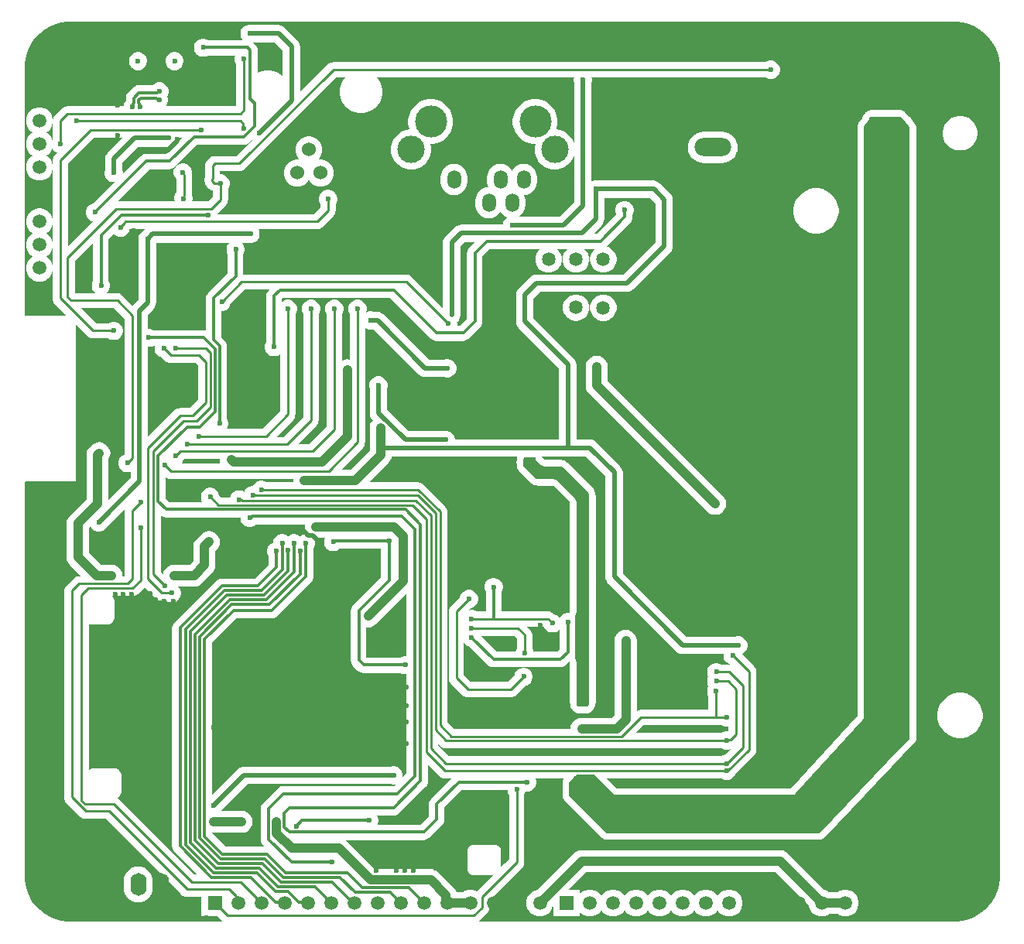
<source format=gbl>
%FSTAX23Y23*%
%MOIN*%
%SFA1B1*%

%IPPOS*%
%ADD11C,0.010000*%
%ADD12C,0.011810*%
%ADD13C,0.019680*%
%ADD140C,0.039370*%
%ADD142C,0.023620*%
%ADD143O,0.043310X0.094490*%
%ADD144C,0.137800*%
%ADD145C,0.270000*%
%ADD146O,0.068900X0.098430*%
%ADD147C,0.058580*%
%ADD148R,0.059060X0.059060*%
%ADD149C,0.059060*%
%ADD150O,0.157480X0.078740*%
%ADD151O,0.078740X0.157480*%
%ADD152C,0.118110*%
%ADD153O,0.059060X0.078740*%
%ADD154C,0.060000*%
%ADD155R,0.059060X0.059060*%
%LNesp_gsm_iot-1*%
%LPD*%
G36*
X01112Y03754D02*
Y03642D01*
X01108Y03646*
X01093Y03656*
X01076Y03663*
X01059Y03666*
X0104*
X01023Y03663*
X01006Y03656*
X01006Y03655*
Y03752*
Y03752*
X01004Y03761*
X01001Y03769*
X00996Y03776*
X00985Y03787*
X01079*
X01112Y03754*
G37*
G36*
X04042Y03872D02*
X04067Y03865D01*
X04091Y03856*
X04113Y03843*
X04134Y03827*
X04152Y03809*
X04167Y03788*
X0418Y03766*
X0419Y03742*
X04197Y03717*
X042Y03692*
Y03679*
Y00197*
Y00184*
X04197Y00159*
X0419Y00134*
X0418Y0011*
X04167Y00088*
X04152Y00067*
X04134Y00049*
X04113Y00033*
X04091Y0002*
X04067Y00011*
X04042Y00004*
X04016Y0*
X01957*
X01958Y00001*
X01993Y00036*
X01998Y00043*
X01999Y00046*
X02001Y00051*
X02002Y0006*
Y00091*
X02143Y00231*
X02148Y00238*
X0215Y00243*
X02151Y00246*
X02152Y00255*
Y00548*
X02156Y00554*
X02158Y00561*
X02159Y0056*
X0217*
X0218Y00563*
X02189Y00568*
X02196Y00575*
X02201Y00584*
X02204Y00594*
Y00605*
X02201Y00615*
X022Y00616*
X02322*
X02322Y00615*
X02321Y00614*
X02321Y00614*
X0232Y00612*
X02319Y0061*
X02319Y0061*
X02319Y00608*
X02318Y00607*
X02318Y00605*
X02318Y00605*
X02318Y00605*
X02318Y00605*
X02317Y00603*
Y00603*
X02317Y00601*
Y00599*
X02317Y00598*
Y00546*
X02317Y00545*
Y00543*
X02317Y00541*
X02318Y00539*
X02318Y00539*
X02318Y00539*
X02319Y00534*
X02322Y00529*
X02322Y00529*
X02322Y00529*
X02323Y00528*
X02324Y00526*
X02325Y00525*
X02326Y00524*
X02489Y00361*
X0249Y0036*
X02491Y00359*
X02493Y00358*
Y00358*
X02494Y00357*
X02494Y00357*
X02494Y00357*
X02495Y00356*
X02499Y00354*
X02502Y00353*
X02504Y00353*
X02504Y00353*
X02504Y00353*
X02506Y00352*
X02508Y00352*
X0251*
X02511Y00352*
X03423*
X03424Y00352*
X03424*
X03425Y00352*
X03425Y00352*
X03425Y00352*
X03426Y00352*
X03427Y00352*
X03428Y00352*
X0343Y00353*
X03432Y00353*
X03432Y00353*
X03432Y00353*
X03435Y00354*
X03435Y00354*
X03435Y00354*
X03435Y00354*
X03435Y00354*
X03436Y00355*
X03436Y00355*
X03438Y00356*
X03439Y00356*
X03439Y00356*
X0344Y00357*
X03442Y00358*
X03442Y00359*
X03444Y0036*
X03444Y0036*
X03444Y0036*
X03444Y0036*
X03445Y00361*
X03445Y00361*
X03446Y00361*
X03736Y00667*
X03832Y00769*
X03833Y0077*
X03833Y0077*
X03833Y00771*
X03835Y00772*
X03835Y00773*
X03836Y00774*
X03837Y00776*
X03837Y00776*
X03838Y00776*
X03838Y00779*
X03838Y00779*
X03839Y00779*
X03839Y00779*
X03839Y00779*
X03839Y0078*
X03839Y0078*
X0384Y00782*
X0384Y00783*
X0384Y00783*
X0384Y00785*
X03841Y00786*
X03841Y00788*
Y00789*
X03841Y0079*
Y0079*
X03841Y00791*
Y03419*
X03841Y03419*
X03841Y03419*
X03841Y0342*
X03841Y03422*
X03841Y03422*
X0384Y03424*
X0384Y03427*
X0384Y03428*
X03839Y03429*
X03838Y03431*
X03837Y03433*
X03837Y03434*
X03836Y03435*
X03836Y03436*
X03836Y03436*
X03836Y03436*
X03832Y03441*
X03819Y0346*
X03818Y0346*
X03818Y03461*
X03817Y03462*
X03816Y03463*
X03816Y03463*
X03816Y03463*
X03815Y03464*
X03815Y03465*
X03814Y03466*
X03813Y03466*
X03793Y03487*
X03791Y03488*
X03791Y03488*
X03791Y03488*
X03791Y03488*
X0379Y03489*
X03788Y0349*
X03787Y03491*
X03787Y03491*
X03787Y03491*
X03785Y03492*
X03785Y03492*
X03785Y03492*
X03784Y03493*
X03782Y03494*
X03782Y03494*
X03782Y03494*
X0378Y03494*
X03779Y03495*
X03779Y03495*
X03779Y03495*
X03777Y03495*
X03777Y03495*
X03777Y03495*
X03775Y03496*
X03774Y03496*
X03772*
X03772Y03496*
X03772*
X03771Y03496*
X0377Y03496*
X03671Y03496*
X03645Y03495*
X03644Y03495*
X03643Y03495*
X03643*
X03643Y03495*
X03641Y03495*
X0364Y03495*
X03638Y03494*
X03638Y03494*
X03638Y03494*
X03637Y03494*
X03636Y03494*
X03636Y03494*
X03634Y03493*
X03633Y03493*
X03632Y03492*
X0363Y03491*
X0363Y03491*
X0363Y03491*
X03628Y0349*
X03627Y03489*
X03626Y03488*
X03624Y03487*
X03624Y03487*
X03624Y03487*
X03623Y03485*
X03623Y03485*
X03623Y03485*
X03622Y03484*
X03621Y03483*
X0362Y03482*
X0362Y03481*
X0362Y03481*
X0362Y03481*
X03619Y0348*
X03613Y03469*
X03608Y03461*
X03597Y03447*
X03596Y03446*
X03596Y03446*
X03595Y03445*
X03594Y03444*
X03594Y03443*
X03593Y03443*
X03593Y03442*
X03592Y03441*
X03591Y0344*
X03591Y03439*
X0359Y03436*
X03589Y03434*
X03589Y03433*
X03589Y03432*
X03589Y0343*
X03588Y03429*
X03588Y03429*
Y03428*
X03588Y03427*
Y03426*
X03588Y03425*
Y00887*
X03302Y00572*
X02551*
X02507Y00616*
X03003*
X03009Y00612*
X03019Y0061*
X0303*
X0304Y00612*
X03049Y00617*
X03056Y00625*
X03061Y00634*
X03062Y00636*
X03143Y00717*
X03148Y00724*
X0315Y00729*
X03151Y00732*
X03152Y0074*
Y01076*
X03151Y01085*
X0315Y01088*
X03148Y01093*
X03143Y011*
X0309Y01153*
X0309Y01153*
X03099Y01158*
X03106Y01165*
X03111Y01174*
X03114Y01184*
Y01195*
X03111Y01205*
X03106Y01214*
X03099Y01221*
X0309Y01226*
X0308Y01229*
X03069*
X03063Y01227*
X0285*
X02577Y015*
Y01935*
X02576Y01944*
X02572Y01953*
X02566Y01961*
X02461Y02066*
X02453Y02072*
X02444Y02076*
X02435Y02077*
X02377*
Y024*
X02376Y02409*
X02372Y02418*
X02366Y02426*
X02192Y026*
Y02684*
X0222Y02712*
X02595*
X02604Y02713*
X02613Y02717*
X02621Y02723*
X02781Y02883*
X02787Y02891*
X02789Y02896*
X02791Y029*
X02792Y0291*
Y0311*
X02791Y03119*
X02787Y03128*
X02781Y03136*
X02736Y03181*
X02728Y03187*
X02719Y03191*
X0271Y03192*
X02471*
X02465Y03194*
X02454*
X02444Y03191*
X02442Y0319*
Y03613*
X02444Y03619*
Y0363*
X02442Y03637*
X03193*
X03199Y03633*
X03209Y0363*
X0322*
X0323Y03633*
X03239Y03638*
X03246Y03645*
X03251Y03654*
X03254Y03664*
Y03675*
X03251Y03685*
X03246Y03694*
X03239Y03701*
X0323Y03706*
X0322Y03709*
X03209*
X03199Y03706*
X03193Y03702*
X0133*
X01321Y03701*
X01316Y03699*
X01313Y03698*
X01306Y03693*
X01187Y03574*
Y0377*
X01186Y03779*
X01182Y03788*
X01176Y03796*
X01121Y03851*
X01113Y03857*
X01104Y03861*
X01095Y03862*
X00981*
X00975Y03864*
X00964*
X00954Y03861*
X00945Y03856*
X00938Y03849*
X00933Y0384*
X0093Y0383*
Y03819*
X00933Y03809*
X00938Y038*
X0094Y03798*
X0079*
X00785Y03801*
X00775Y03804*
X00764*
X00754Y03801*
X00745Y03796*
X00738Y03789*
X00733Y0378*
X0073Y0377*
Y03759*
X00733Y03749*
X00738Y0374*
X00745Y03733*
X00754Y03728*
X00764Y03725*
X00775*
X00785Y03728*
X0079Y03731*
X00908*
X00908Y0373*
X00905Y0372*
Y03709*
X00908Y03699*
X00912Y03693*
Y03512*
X00608*
X00611Y03515*
X00616Y03524*
X00619Y03534*
Y03545*
X00616Y03555*
X00615Y03556*
X00618Y03561*
X00621Y03571*
Y03582*
X00618Y03592*
X00613Y03601*
X00606Y03608*
X00597Y03613*
X00587Y03616*
X00576*
X00566Y03613*
X00557Y03608*
X00552Y03603*
X00492*
X00483Y03602*
X00475Y03598*
X00468Y03593*
X00447Y03572*
X00442Y03565*
X00438Y03557*
X00437Y03548*
Y03536*
X00434Y03534*
X00429Y03525*
X00427Y03515*
Y03512*
X00185*
X00176Y03511*
X00173Y0351*
X00168Y03508*
X00161Y03503*
X00131Y03473*
X00126Y03466*
X00124Y03461*
X00123Y03458*
X00122Y0345*
Y03371*
X00119Y03367*
X00118Y03372*
X0011Y03385*
X001Y03395*
X00092Y034*
X001Y03404*
X0011Y03414*
X00118Y03427*
X00122Y03442*
Y03457*
X00118Y03472*
X0011Y03485*
X001Y03495*
X00087Y03503*
X00072Y03507*
X00057*
X00042Y03503*
X00029Y03495*
X00019Y03485*
X00011Y03472*
X00007Y03457*
Y03442*
X00011Y03427*
X00019Y03414*
X00029Y03404*
X00037Y034*
X00029Y03395*
X00019Y03385*
X00011Y03372*
X00007Y03357*
Y03342*
X00011Y03327*
X00019Y03314*
X00029Y03304*
X00037Y033*
X00029Y03295*
X00019Y03285*
X00011Y03272*
X00007Y03257*
Y03242*
X00011Y03227*
X00019Y03214*
X00029Y03204*
X00042Y03196*
X00057Y03192*
X00072*
X00087Y03196*
X001Y03204*
X0011Y03214*
X00118Y03227*
X00122Y03242*
Y03257*
X00118Y03272*
X0011Y03285*
X001Y03295*
X00092Y033*
X001Y03304*
X0011Y03314*
X00118Y03327*
X00119Y03332*
X00123Y03325*
X0013Y03318*
X00139Y03313*
X00141Y03312*
X00131Y03303*
X00126Y03296*
X00124Y0329*
X00123Y03288*
X00122Y0328*
Y02685*
X00123Y02676*
X00124Y02673*
X00126Y02668*
X00131Y02661*
X00183Y0261*
X0*
Y03678*
X0Y03679*
Y03692*
X00004Y03717*
X0001Y03742*
X0002Y03766*
X00033Y03788*
X00049Y03809*
X00067Y03827*
X00088Y03843*
X0011Y03856*
X00134Y03865*
X00159Y03872*
X00184Y03875*
X04016*
X04042Y03872*
G37*
G36*
X02365Y0363D02*
Y03619D01*
X02367Y03613*
Y03352*
X02361Y03367*
X02351Y03381*
X02339Y03393*
X02325Y03403*
X02309Y03409*
X02292Y03413*
X0229*
X02292Y03418*
X02296Y03437*
Y03456*
X02292Y03474*
X02285Y03492*
X02274Y03508*
X02261Y03521*
X02245Y03532*
X02228Y03539*
X02209Y03543*
X0219*
X02171Y03539*
X02154Y03532*
X02138Y03521*
X02125Y03508*
X02114Y03492*
X02107Y03474*
X02103Y03456*
Y03437*
X02107Y03418*
X02114Y034*
X02125Y03385*
X02138Y03371*
X02154Y03361*
X02171Y03353*
X0219Y0335*
X022*
X02197Y03335*
Y03317*
X022Y03301*
X02207Y03285*
X02216Y03271*
X02229Y03259*
X02243Y03249*
X02258Y03243*
X02275Y03239*
X02292*
X02309Y03243*
X02325Y03249*
X02339Y03259*
X02351Y03271*
X02361Y03285*
X02367Y033*
Y03099*
X02305Y03037*
X02129*
X0214Y03046*
X02149Y03057*
X02155Y03071*
X02157Y03086*
Y03106*
X02155Y03121*
X02152Y03129*
X02164Y03131*
X02178Y03136*
X0219Y03146*
X02199Y03157*
X02205Y03171*
X02207Y03186*
Y03206*
X02205Y03221*
X02199Y03235*
X0219Y03247*
X02178Y03256*
X02164Y03262*
X0215Y03264*
X02135Y03262*
X02121Y03256*
X02109Y03247*
X021Y03235*
X021Y03234*
X02099Y03235*
X0209Y03247*
X02078Y03256*
X02064Y03262*
X0205Y03264*
X02035Y03262*
X02021Y03256*
X02009Y03247*
X02Y03235*
X01994Y03221*
X01992Y03206*
Y03186*
X01994Y03171*
X01997Y03163*
X01985Y03162*
X01971Y03156*
X01959Y03147*
X0195Y03135*
X01944Y03121*
X01942Y03106*
Y03086*
X01944Y03071*
X0195Y03057*
X01959Y03046*
X01971Y03036*
X01985Y03031*
X02Y03029*
X02014Y03031*
X02028Y03036*
X0204Y03046*
X02049Y03057*
X0205Y03058*
X0205Y03057*
X02059Y03046*
X02071Y03036*
X02079Y03033*
X02075Y03031*
X02068Y03024*
X02063Y03015*
X0206Y03005*
Y03002*
X0188*
X0187Y03001*
X01861Y02997*
X01853Y02991*
X01813Y02951*
X01807Y02943*
X01803Y02934*
X01802Y02925*
Y02644*
X01668Y02778*
X01661Y02783*
X01656Y02785*
X01653Y02786*
X01645Y02787*
X00943*
Y02874*
X00946Y02879*
X00949Y02889*
Y029*
X00946Y0291*
X00941Y02919*
X00935Y02924*
X00962*
X00968Y02923*
X00979*
X00989Y02925*
X00998Y02931*
X01005Y02938*
X0101Y02947*
X01013Y02957*
Y02967*
X0101Y02977*
X01008Y02982*
X0126*
X01268Y02983*
X01271Y02984*
X01276Y02986*
X01283Y02991*
X01331Y03039*
X01331*
X01336Y03046*
X01338Y03051*
X01339Y03054*
X01341Y03063*
Y03091*
X01344Y03098*
X01347Y03108*
Y03118*
X01344Y03128*
X01339Y03137*
X01332Y03145*
X01323Y0315*
X01313Y03153*
X01303*
X01292Y0315*
X01284Y03145*
X01276Y03137*
X01271Y03128*
X01268Y03118*
Y03108*
X01271Y03098*
X01275Y03091*
Y03076*
X01246Y03047*
X00829*
X00829Y03047*
X00868Y03086*
X00873Y03093*
X00875Y03098*
X00876Y03101*
X00877Y0311*
Y03158*
X00881Y03164*
X00884Y03174*
Y03185*
X00881Y03195*
X00876Y03204*
X00869Y03211*
X0086Y03216*
X0085Y03219*
X00842*
Y03232*
X00925*
X00933Y03233*
X00936Y03234*
X00941Y03236*
X00948Y03241*
X01343Y03637*
X01382*
X01378Y03633*
X01368Y03618*
X01361Y03601*
X01358Y03584*
Y03565*
X01361Y03548*
X01368Y03531*
X01378Y03516*
X01391Y03503*
X01406Y03493*
X01423Y03486*
X0144Y03483*
X01459*
X01476Y03486*
X01493Y03493*
X01508Y03503*
X01521Y03516*
X01531Y03531*
X01538Y03548*
X01541Y03565*
Y03584*
X01538Y03601*
X01531Y03618*
X01521Y03633*
X01517Y03637*
X02367*
X02365Y0363*
G37*
G36*
X00981Y03367D02*
X00911Y03297D01*
X0082*
X00811Y03296*
X00808Y03295*
X00803Y03293*
X00796Y03288*
X00786Y03278*
X00781Y03271*
X00779Y03266*
X00778Y03263*
X00777Y03255*
Y03205*
X00776Y03199*
Y0319*
X00777Y03182*
X00779Y03178*
X0078Y03174*
X00785Y03167*
X00794Y03158*
X00801Y03153*
X00806Y03151*
X00809Y0315*
X00812Y03149*
Y03123*
X00791Y03102*
X00722*
X00724Y03109*
Y0312*
X00721Y0313*
X0072Y03132*
Y03216*
X00721Y03222*
Y03232*
X00719Y03242*
X00714Y03251*
X00706Y03259*
X00697Y03264*
X00687Y03266*
X00677*
X00667Y03264*
X00658Y03259*
X00651Y03251*
X00645Y03242*
X00643Y03232*
Y03222*
X00645Y03212*
X00651Y03203*
X00654Y03199*
Y0314*
X00653Y03139*
X00648Y0313*
X00645Y0312*
Y03109*
X00647Y03102*
X004*
X00538Y03241*
X00625*
X00633Y03242*
X00641Y03245*
X00648Y03251*
X00743Y03346*
X00945*
X00953Y03347*
X00961Y0335*
X00968Y03356*
X00981Y03368*
X00981Y03367*
G37*
G36*
X00611Y03308D02*
X00525D01*
X00516Y03307*
X00508Y03304*
X00501Y03298*
X00424Y03222*
Y0323*
X00422Y03236*
Y03269*
X0049Y03337*
X00608*
X00614Y03335*
X00625*
X00635Y03338*
X00644Y03343*
X00651Y0335*
X00656Y03359*
X00659Y03369*
Y03377*
X00679*
X00611Y03308*
G37*
G36*
X00511Y02974D02*
X00505Y02971D01*
X00498Y02964*
X00493Y02955*
X0049Y02945*
Y02934*
X00492Y02928*
Y0268*
X00468Y02656*
X00466Y02654*
X00423Y02698*
X00416Y02703*
X00411Y02705*
X00408Y02706*
X004Y02707*
X00353*
X00354Y02708*
X00361Y02715*
X00366Y02724*
X00369Y02734*
Y02745*
X00366Y02755*
X00363Y0276*
Y02941*
X00386Y02963*
X0039Y02958*
X00399Y02953*
X00409Y0295*
X0042*
X0043Y02953*
X00439Y02958*
X00446Y02965*
X00451Y02974*
X00453Y02982*
X00518*
X00511Y02974*
G37*
G36*
X00358Y03311D02*
X00352Y03303D01*
X00348Y03294*
X00347Y03285*
Y03236*
X00345Y0323*
Y03219*
X00348Y03209*
X00353Y032*
X0036Y03193*
X00369Y03188*
X00379Y03185*
X00387*
X00295Y03093*
X00289Y03091*
X0028Y03086*
X00273Y03079*
X00268Y0307*
X00265Y0306*
Y03049*
X00268Y03039*
X00273Y0303*
X0028Y03023*
X00289Y03018*
X00295Y03016*
X00187Y02909*
Y03266*
X00298Y03377*
X00423*
X00358Y03311*
G37*
G36*
X02717Y03094D02*
Y02925D01*
X02579Y02787*
X02205*
X02195Y02786*
X02186Y02782*
X02178Y02776*
X02128Y02726*
X02122Y02718*
X02118Y02709*
X02117Y027*
Y02585*
X02118Y02575*
X02122Y02566*
X02128Y02558*
X02302Y02384*
Y02077*
X01854*
Y0208*
X01851Y0209*
X01846Y02099*
X01839Y02106*
X0183Y02111*
X0182Y02114*
X01809*
X01803Y02112*
X01655*
X01562Y02205*
Y02298*
X01564Y02304*
Y02315*
X01561Y02325*
X01556Y02334*
X01549Y02341*
X0154Y02346*
X0153Y02349*
X01519*
X01509Y02346*
X015Y02341*
X01493Y02334*
X01488Y02325*
X01485Y02315*
Y02304*
X01487Y02298*
Y0219*
X01488Y0218*
X01492Y02171*
X01498Y02163*
X01501Y0216*
X01493Y0215*
X01488Y02139*
X01487Y02127*
Y02045*
Y02029*
X01405Y01947*
X01364*
X01458Y02041*
X01463Y02048*
X01464Y02051*
X01466Y02056*
X01467Y02065*
Y02557*
X01474Y02553*
X01484Y0255*
X01495*
X01498Y02551*
X01505*
X01699Y02357*
X01707Y02351*
X01716Y02347*
X01725Y02346*
X01809*
X01815Y02344*
X01826*
X01836Y02347*
X01845Y02352*
X01852Y02359*
X01857Y02368*
X0186Y02378*
Y02389*
X01857Y02399*
X01852Y02408*
X01845Y02415*
X01836Y0242*
X01826Y02423*
X01815*
X01809Y02421*
X01741*
X01547Y02615*
X01539Y02621*
X0153Y02625*
X0152Y02626*
X01504*
X01495Y02629*
X01484*
X01474Y02626*
X01471Y02624*
X01474Y02634*
Y02645*
X01471Y02655*
X01466Y02664*
X01459Y02671*
X0145Y02676*
X0144Y02679*
X01429*
X01419Y02676*
X0141Y02671*
X01403Y02664*
X01398Y02655*
X01395Y02645*
Y02634*
X01398Y02624*
X01402Y02618*
Y02421*
X0139Y02422*
X01377Y02421*
X01368Y02417*
Y02619*
X01371Y02624*
X01374Y02634*
Y02645*
X01371Y02655*
X01366Y02664*
X01359Y02671*
X0135Y02676*
X0134Y02679*
X01329*
X01319Y02676*
X0131Y02671*
X01303Y02664*
X01298Y02655*
X01295Y02645*
Y02634*
X01298Y02624*
X01303Y02616*
Y02134*
X01226Y02057*
X01179*
X01258Y02136*
X01263Y02143*
X01265Y02148*
X01266Y02151*
X01267Y0216*
Y02618*
X01271Y02624*
X01274Y02634*
Y02645*
X01271Y02655*
X01266Y02664*
X01259Y02671*
X0125Y02676*
X0124Y02679*
X01229*
X01219Y02676*
X0121Y02671*
X01203Y02664*
X01198Y02655*
X01195Y02645*
Y02634*
X01198Y02624*
X01202Y02618*
Y02173*
X01116Y02087*
X01084*
X01158Y02161*
X01163Y02168*
X01164Y02171*
X01166Y02176*
X01167Y02185*
Y02618*
X01171Y02624*
X01174Y02634*
Y02645*
X01171Y02655*
X01166Y02664*
X01159Y02671*
X0115Y02676*
X0114Y02679*
X01129*
X01119Y02676*
X0111Y02671*
X01108Y02669*
Y02681*
X01113Y02686*
X01576*
X01751Y02511*
X01758Y02505*
X01766Y02502*
X01775Y02501*
X0189*
X01898Y02502*
X01906Y02505*
X01913Y02511*
X01963Y02561*
X01969Y02568*
X01972Y02576*
X01973Y02585*
Y02866*
X02003Y02896*
X02219*
X02211Y02888*
X02204Y02875*
X022Y02861*
Y02846*
X02204Y02831*
X02211Y02818*
X02222Y02808*
X02235Y028*
X02249Y02796*
X02264*
X02279Y028*
X02292Y02808*
X02302Y02818*
X0231Y02831*
X02314Y02846*
Y02861*
X0231Y02875*
X02302Y02888*
X02295Y02896*
X02337*
X02329Y02888*
X02322Y02875*
X02318Y0286*
Y02845*
X02322Y02831*
X02329Y02818*
X0234Y02807*
X02353Y028*
X02367Y02796*
X02382*
X02397Y028*
X0241Y02807*
X0242Y02818*
X02428Y02831*
X02432Y02845*
Y0286*
X02428Y02875*
X0242Y02888*
X02412Y02896*
X02455*
X02447Y02888*
X0244Y02875*
X02436Y0286*
Y02845*
X0244Y02831*
X02447Y02818*
X02458Y02807*
X02471Y028*
X02485Y02796*
X025*
X02515Y028*
X02528Y02807*
X02538Y02818*
X02546Y02831*
X0255Y02845*
Y0286*
X02546Y02875*
X02538Y02888*
X02528Y02898*
X02515Y02906*
X02506Y02908*
X02608Y03011*
X02614Y03018*
X02617Y03026*
X02618Y03035*
Y03044*
X02621Y03049*
X02624Y03059*
Y0307*
X02621Y0308*
X02616Y03089*
X02609Y03096*
X026Y03101*
X0259Y03104*
X02579*
X02569Y03101*
X0256Y03096*
X02553Y03089*
X02548Y0308*
X02545Y0307*
Y03059*
X02548Y03049*
X02549Y03047*
X02466Y02963*
X02452*
X02486Y02998*
X02492Y03006*
X02496Y03015*
X02497Y03025*
Y03117*
X02694*
X02717Y03094*
G37*
G36*
X00296Y0276D02*
X00293Y02755D01*
X0029Y02745*
Y02734*
X00293Y02724*
X00298Y02715*
X00305Y02708*
X00306Y02707*
X00217*
Y02846*
X00296Y02924*
Y0276*
G37*
G36*
X01916Y02903D02*
X0191Y02896D01*
X01907Y02888*
X01906Y0288*
Y02598*
X01876Y02568*
X01864*
X01864Y02569*
Y0258*
X01863Y02583*
X01864Y02583*
X01871Y02591*
X01876Y026*
X01879Y0261*
Y0262*
X01877Y02626*
Y02909*
X01895Y02927*
X01939*
X01916Y02903*
G37*
G36*
X00878Y02919D02*
X00873Y0291D01*
X0087Y029*
Y02889*
X00873Y02879*
X00876Y02874*
Y02793*
X00791Y02708*
X00785Y02701*
X00782Y02693*
X00781Y02685*
Y02546*
X00778Y02547*
X0077Y02548*
X00555*
X0055Y02551*
X0054Y02554*
X00532*
Y02614*
X00556Y02638*
X00562Y02646*
X00566Y02655*
X00567Y02665*
Y02924*
X00568Y02924*
X00884*
X00878Y02919*
G37*
G36*
X00432Y02596D02*
Y02012D01*
X00429Y02011*
X0042Y02006*
X00413Y01999*
X00408Y0199*
X00405Y0198*
Y01969*
X00408Y01959*
X00413Y0195*
X0042Y01943*
X00429Y01938*
X00439Y01935*
X0045*
X00457Y01937*
Y0191*
X00362Y01816*
Y01992*
X00363Y01993*
X00368Y02005*
X0037Y02017*
X00368Y02029*
X00363Y02041*
X00356Y02051*
X00346Y02058*
X00334Y02063*
X00322Y02065*
X0031Y02063*
X00298Y02058*
X00288Y02051*
X00281Y02043*
X00273Y02033*
X00268Y02022*
X00267Y0201*
Y01819*
X00196Y01748*
X00188Y01738*
X00183Y01727*
X00182Y01715*
Y0157*
X00183Y01557*
X00188Y01546*
X00196Y01536*
X00244Y01487*
X00235*
X00226Y01486*
X00223Y01485*
X00218Y01483*
X00211Y01478*
X00181Y01448*
X00176Y01441*
X00174Y01436*
X00173Y01433*
X00172Y01425*
Y00535*
X00173Y00526*
X00174Y00523*
X00176Y00518*
X00181Y00511*
X00241Y00451*
X00248Y00446*
X00253Y00444*
X00256Y00443*
X00265Y00442*
X00351*
X00676Y00116*
X00683Y00111*
X00688Y00109*
X00691Y00108*
X007Y00107*
X00762*
Y00022*
X0083*
X00851Y00001*
X00852Y0*
X00184*
X00159Y00004*
X00134Y00011*
X0011Y0002*
X00088Y00033*
X00067Y00049*
X00049Y00067*
X00033Y00088*
X0002Y0011*
X0001Y00134*
X00004Y00159*
X0Y00184*
Y00197*
Y0189*
X00005Y01895*
X0022*
Y02573*
X00271Y02521*
X00278Y02516*
X00284Y02514*
X00286Y02513*
X00295Y02512*
X00363*
X00369Y02508*
X00379Y02505*
X0039*
X004Y02508*
X00409Y02513*
X00416Y0252*
X00421Y02529*
X00424Y02539*
Y0255*
X00421Y0256*
X00416Y02569*
X00409Y02576*
X004Y02581*
X0039Y02584*
X00379*
X00369Y02581*
X00363Y02577*
X00308*
X00244Y02642*
X00386*
X00432Y02596*
G37*
G36*
X0056Y02475D02*
Y02464D01*
X00563Y02454*
X00568Y02445*
X00575Y02438*
X00584Y02433*
X00592Y02431*
X00606Y02416*
X00613Y02411*
X00618Y02409*
X00621Y02408*
X0063Y02407*
X00736*
X00747Y02396*
Y02248*
X00711Y02212*
X0067*
X00661Y02211*
X00656Y02209*
X00653Y02208*
X00646Y02203*
X00532Y02089*
Y02475*
X0054*
X0055Y02478*
X00555Y02481*
X00562*
X0056Y02475*
G37*
G36*
X01051Y02718D02*
X01045Y02711D01*
X01042Y02703*
X01041Y02695*
Y02495*
X01038Y0249*
X01035Y0248*
Y02469*
X01038Y02459*
X01043Y0245*
X0105Y02443*
X01059Y02438*
X01069Y02435*
X0108*
X0109Y02438*
X01099Y02443*
X01102Y02446*
Y02198*
X01026Y02122*
X00872*
X00876Y02129*
X00879Y02139*
Y0215*
X00876Y0216*
X00873Y02165*
Y0248*
X00872Y02488*
X00869Y02496*
X00866Y02499*
X00863Y02503*
X00848Y02518*
Y0263*
X00855*
X00865Y02633*
X00874Y02638*
X00881Y02645*
X00886Y02654*
X00888Y02662*
X00948Y02722*
X01054*
X01051Y02718*
G37*
G36*
X00842Y0199D02*
X00843Y01977D01*
X00845Y01972*
X00673*
X00674Y01973*
X00681Y0198*
X00686Y01989*
X00687Y01992*
X00842*
X00842Y0199*
G37*
G36*
X00613Y01911D02*
X00618Y01909D01*
X00621Y01908*
X0063Y01907*
X01158*
X01157Y019*
X01158Y01892*
X01041*
X01035Y01896*
X01025Y01899*
X01014*
X01004Y01896*
X00995Y01891*
X00988Y01884*
X00984Y01877*
X00979*
X00969Y01874*
X0096Y01869*
X00953Y01862*
X00948Y01853*
X00947Y0185*
X0094Y01855*
X0093Y01857*
X00919*
X00909Y01855*
X009Y01849*
X00893Y01842*
X00888Y01833*
X00886Y01826*
X00849*
X00838Y01837*
X00836Y01845*
X00831Y01854*
X00824Y01861*
X00815Y01866*
X00805Y01869*
X00794*
X00784Y01866*
X00775Y01861*
X00768Y01854*
X00763Y01845*
X0076Y01835*
Y01824*
X00763Y01814*
X00766Y01808*
X00623*
X00608Y01823*
Y01915*
X00613Y01911*
G37*
G36*
X00433Y01778D02*
X00432Y0177D01*
Y01488*
X00431Y01487*
X00422*
X00422Y0149*
X00421Y01502*
X00416Y01513*
X00408Y01523*
X00398Y01531*
X00387Y01536*
X00375Y01537*
X00329*
X00277Y01589*
Y01695*
X00284Y01702*
X00288Y01695*
X00295Y01688*
X00304Y01683*
X00314Y0168*
X00325*
X00335Y01683*
X00344Y01688*
X00351Y01695*
X00354Y01701*
X00434Y0178*
X00433Y01778*
G37*
G36*
X0059Y01748D02*
X00593Y01745D01*
X00601Y01742*
X0061Y01741*
X0093*
Y01734*
X00933Y01724*
X00938Y01715*
X00945Y01708*
X00954Y01703*
X00964Y017*
X00975*
X00985Y01703*
X00994Y01708*
X00996Y01711*
X01208*
X01207Y017*
X01208Y01687*
X01213Y01676*
X01219Y01669*
X01218Y01669*
X01207*
X01197Y01666*
X01188Y01661*
X01187Y0166*
X01185Y01661*
X01176Y01666*
X01166Y01669*
X01156*
X01146Y01666*
X01137Y01661*
X01136Y0166*
X01134Y01661*
X01125Y01666*
X01115Y01669*
X01105*
X01095Y01666*
X01086Y01661*
X01079Y01654*
X01073Y01645*
X01071Y01635*
Y01632*
X01069Y01631*
X0106Y01626*
X01053Y01619*
X01048Y0161*
X01045Y016*
Y01589*
X01048Y01579*
X01051Y01574*
Y01538*
X00991Y01478*
X0085*
X00841Y01477*
X00833Y01474*
X0083Y01471*
X00826Y01468*
X00646Y01288*
X0064Y01281*
X00637Y01273*
X00636Y01265*
Y00325*
X00637Y00316*
X0064Y00308*
X00646Y00301*
X00744Y00202*
X00733*
X00408Y00528*
X00402Y00533*
X00403Y00533*
X00409Y00537*
X00413Y00543*
X00416Y0055*
X00417Y00557*
Y00632*
X00416Y00639*
X00413Y00646*
X00409Y00652*
X00403Y00656*
X00396Y00659*
X00389Y0066*
X00298*
X00291Y00659*
X00284Y00656*
X00279Y00652*
X00277Y0065*
Y01279*
X00359*
X00366Y0128*
X00373Y01283*
X00379Y01287*
X00383Y01293*
X00386Y013*
X00387Y01307*
Y01382*
X00386Y01389*
X00383Y01396*
X00379Y01402*
X00378Y01402*
X00465*
X00473Y01403*
X00476Y01404*
X00481Y01406*
X00488Y01411*
X00517Y01441*
X00566Y01391*
X00573Y01386*
X00578Y01384*
X00581Y01383*
X0059Y01382*
X00613*
X00619Y01378*
X00629Y01375*
X0064*
X0065Y01378*
X00659Y01383*
X00666Y0139*
X00671Y01399*
X00674Y01409*
Y0142*
X00671Y0143*
X00666Y01439*
X00663Y01442*
X0073*
X00742Y01443*
X00753Y01448*
X00763Y01456*
X00808Y01501*
X00816Y01511*
X00821Y01522*
X00822Y01535*
Y01595*
X00828Y01601*
X00836Y01611*
X00841Y01622*
X00842Y01635*
X00841Y01647*
X00836Y01658*
X00828Y01668*
X00818Y01676*
X00807Y01681*
X00795Y01682*
X00782Y01681*
X00771Y01676*
X00761Y01668*
X00741Y01648*
X00733Y01638*
X00728Y01627*
X00727Y01615*
Y01554*
X0071Y01537*
X00645*
X00632Y01536*
X00621Y01531*
X00611Y01523*
X00603Y01513*
X00598Y01502*
X00598Y01498*
X00587Y01508*
Y01749*
X0059Y01748*
G37*
G36*
X02502Y01919D02*
Y01485D01*
X02503Y01475*
X02507Y01466*
X02513Y01458*
X02808Y01163*
X02816Y01157*
X02825Y01153*
X02835Y01152*
X0301*
X0301Y01151*
Y01141*
X03013Y01131*
X03018Y01122*
X03025Y01115*
X03034Y0111*
X03042Y01108*
X03043Y01106*
X03043Y01106*
X03035Y01107*
X03001*
X02995Y01111*
X02985Y01114*
X02974*
X02964Y01111*
X02955Y01106*
X02948Y01099*
X02943Y0109*
X0294Y0108*
Y01069*
X02943Y01059*
X02946Y01055*
X02943Y0105*
X0294Y0104*
Y01029*
X02943Y01019*
X02946Y01014*
X02942Y01008*
X0294Y00998*
Y00987*
X02942Y00977*
X02946Y00971*
Y00912*
X02655*
X02646Y00911*
X02641Y00909*
X02638Y00908*
X02637Y00907*
Y0121*
X02636Y01222*
X02631Y01233*
X02623Y01243*
X02613Y01251*
X02602Y01256*
X0259Y01257*
X02577Y01256*
X02566Y01251*
X02556Y01243*
X02548Y01233*
X02543Y01222*
X02542Y0121*
Y00889*
X0253Y00877*
X024*
X02387Y00876*
X02376Y00871*
X02366Y00863*
X02358Y00853*
X02353Y00842*
X02352Y0083*
X01851*
X01822Y00858*
Y01765*
X01821Y01773*
X01819Y01778*
X01818Y01781*
X01813Y01788*
X01718Y01883*
X01711Y01888*
X01706Y0189*
X01703Y01891*
X01695Y01892*
X01485*
X01568Y01976*
X01576Y01986*
X01581Y01997*
X01581Y02002*
X02123*
X02123Y02002*
X02122Y01997*
X02122*
X02121Y01997*
X02121Y01996*
X02121Y01996*
X02121Y01996*
X02121Y01995*
X02121Y01994*
X02121Y01994*
X0212Y01993*
X0212Y01992*
X0212Y01992*
Y01991*
X0212Y0199*
X0212Y01989*
Y01988*
X0212Y01988*
Y01987*
X0212Y01986*
Y01986*
Y01985*
X02119Y01983*
X02119Y01982*
Y01982*
Y0198*
X02119Y01978*
Y01978*
X02119Y01976*
Y01975*
Y01975*
X02119Y01974*
X0212Y01973*
X0212Y01972*
Y01972*
Y0197*
Y01965*
X0212Y01963*
Y01961*
X0212Y01959*
X02121Y01958*
X02121Y01957*
X02121Y01957*
X02122Y01952*
X02125Y01948*
X02125Y01948*
X02125Y01948*
X02126Y01946*
X02127Y01945*
X02128Y01943*
X02129Y01942*
X02182Y01889*
X02183Y01888*
X02185Y01887*
X02186Y01886*
X02188Y01885*
X02188Y01885*
X02188Y01885*
X02192Y01882*
Y01882*
X02195Y01881*
X02196Y01881*
X02196Y01881*
X02197Y01881*
X02197Y01881*
X02198Y0188*
X02199Y0188*
X022Y0188*
X02203Y01879*
X02204Y01879*
X02205Y01879*
X02214Y01878*
X02216Y01878*
X02216*
X02216Y01878*
X02218*
X0222Y01878*
X02277*
X02278Y01877*
X0228Y01876*
X02348Y01808*
X02349Y01807*
X02349Y01805*
Y01334*
X02349Y01334*
X02349Y01333*
X02349Y01333*
X02348Y01332*
X02347Y0133*
X02347Y0133*
X02346Y01329*
X02345Y01329*
X02334*
X02324Y01326*
X02315Y01321*
X02308Y01314*
X02305Y01309*
X02299Y01316*
X0229Y01321*
X02282Y01323*
X02279Y01326*
X02272Y01331*
X02268Y01333*
X02265Y01335*
X02256Y01336*
X02256*
X02054*
Y0142*
X02057Y01425*
X0206Y01435*
Y01446*
X02057Y01456*
X02052Y01465*
X02045Y01472*
X02036Y01477*
X02026Y0148*
X02015*
X02005Y01477*
X01996Y01472*
X01989Y01465*
X01984Y01456*
X01981Y01446*
Y01435*
X01984Y01425*
X01987Y0142*
Y01336*
X01947*
X0194Y0134*
X0193Y01342*
X0192*
X01912Y0134*
X01922Y01351*
X0193Y01353*
X01939Y01358*
X01946Y01365*
X01951Y01374*
X01954Y01384*
Y01395*
X01951Y01405*
X01946Y01414*
X01939Y01421*
X0193Y01426*
X0192Y01429*
X01909*
X01899Y01426*
X0189Y01421*
X01883Y01414*
X01878Y01405*
X01876Y01397*
X01836Y01358*
X01831Y01351*
X01829Y01346*
X01828Y01343*
X01827Y01335*
Y0105*
X01828Y01041*
X01829Y01038*
X01831Y01033*
X01836Y01026*
X01886Y00976*
X01893Y00971*
X01896Y0097*
X01901Y00968*
X0191Y00967*
X02095*
X02103Y00968*
X02106Y00969*
X02111Y00971*
X02118Y00976*
X02157Y01016*
X02165Y01018*
X02174Y01023*
X02181Y0103*
X02186Y01039*
X02189Y01049*
Y0106*
X02186Y0107*
X02181Y01079*
X02174Y01086*
X02165Y01091*
X02155Y01094*
X02144*
X02134Y01091*
X02125Y01086*
X02118Y01079*
X02113Y0107*
X02111Y01062*
X02081Y01032*
X01923*
X01892Y01063*
Y01201*
X01893Y012*
X019Y01193*
X01909Y01188*
X01915Y01186*
X01996Y01105*
X02003Y011*
X02011Y01096*
X0202Y01095*
X02309*
X02318Y01096*
X02326Y011*
X02333Y01105*
X02348Y0112*
X02348Y0112*
X02349Y01119*
X02349Y01119*
X02349Y01118*
X02349Y01118*
Y00948*
Y00946*
X02349Y00944*
Y00942*
X02349Y00942*
X0235Y0094*
X0235Y00939*
Y00939*
Y00938*
Y00935*
X0235Y00933*
X0235Y00931*
X0235Y0093*
X02351Y00928*
X02351Y00928*
X02351Y00928*
X02351Y00926*
X02352Y00923*
X02352Y00923*
X02352Y00923*
X02354Y0092*
X02355Y00918*
X02355Y00918*
X02355Y00918*
X02356Y00916*
X02357Y00915*
X02358Y00914*
X02358Y00914*
X02358Y00913*
X02359Y00913*
X02359Y00912*
X0236Y00912*
X0236Y00912*
X0236Y00911*
X02361Y0091*
X02362Y0091*
X02362Y0091*
X02362Y00909*
X02362Y00909*
X02362Y00909*
X02363Y00909*
X02363Y00908*
X02363Y00908*
X02364Y00907*
X02364Y00907*
X02365Y00906*
X02367Y00905*
X02368Y00903*
X0237Y00902*
X02371Y00901*
X02373Y00901*
X02374Y009*
X02376Y00899*
X02378Y00899*
X0238Y00898*
X02381Y00898*
X02383*
X02383Y00898*
X02383Y00898*
X02384*
X02385Y00898*
X02387Y00898*
X02387Y00898*
X02398*
X02405Y00897*
X02411Y00898*
X02424*
X02425Y00898*
X02425*
X02426Y00898*
X02426Y00898*
X02427*
X02428Y00898*
X02429Y00898*
X02431Y00899*
X02432Y00899*
X02433Y00899*
X02434Y009*
X02435Y009*
X02435Y009*
X02437Y00901*
X02437Y00901*
X02438Y00902*
X0244Y00903*
X0244Y00903*
X02441Y00904*
X02443Y00905*
X02443Y00905*
X02443Y00906*
X02444Y00906*
X02445Y00907*
X02446Y00908*
X02446Y00909*
X02446Y00909*
X02446Y00909*
X02447Y0091*
X02449Y00912*
X0245Y00914*
X02451Y00915*
X02453Y00919*
X02454Y0092*
X02455Y00922*
X02456Y00925*
X02456Y00927*
X02457Y00929*
X02458Y00931*
X02458Y00932*
X02458Y00933*
X02458Y00933*
Y00933*
X02458Y00934*
X02459Y00936*
X02459Y0094*
X0246Y00942*
X0246Y00942*
Y00944*
Y00944*
X0246Y00946*
Y00948*
Y01831*
Y01833*
X0246Y01835*
Y01835*
Y01837*
X0246Y01837*
X02459Y01839*
X02459Y01843*
X02458Y01845*
X02458Y01847*
X02457Y0185*
X02456Y01852*
X02456Y01854*
X02455Y01857*
X02454Y01859*
X02453Y0186*
X02451Y01864*
X0245Y01865*
X02449Y01867*
X02445Y01872*
X02444Y01873*
X02443Y01875*
X02348Y0197*
X02346Y01971*
X02345Y01972*
X02343Y01974*
X02343Y01974*
X02342Y01975*
X02338Y01978*
X02337Y01978*
X02335Y0198*
X0233Y01982*
X0233Y01982*
X02328Y01984*
X02327Y01984*
X02327Y01984*
X02327Y01985*
X02326Y01985*
X02325Y01985*
X02324Y01986*
X02323Y01986*
X02323Y01987*
X02322Y01987*
X0232Y01988*
X0232Y01988*
X02319Y01988*
X02317Y01988*
X02316Y01989*
X02316Y01989*
X02315Y01989*
X02313Y01989*
X02312Y01989*
X02312Y01989*
X02311Y01989*
X02311Y01989*
X0231Y01989*
X02242*
X0224Y0199*
X02239Y01991*
X0223Y02*
X0223Y02*
X02229Y02001*
X02229Y02001*
X02229Y02002*
X02229Y02002*
X02419*
X02502Y01919*
G37*
G36*
X01255Y01652D02*
X01294D01*
X01293Y0165*
X0129Y0164*
Y01629*
X01293Y01619*
X01298Y0161*
X01305Y01603*
X01314Y01598*
X01324Y01595*
X01335*
X01345Y01598*
X01354Y01603*
X01356Y01606*
X01536*
Y01483*
X01416Y01363*
X0141Y01356*
X01407Y01348*
X01406Y0134*
Y01125*
X01407Y01116*
X0141Y01108*
X01416Y01101*
X01436Y01081*
X01443Y01075*
X01451Y01072*
X0146Y01071*
X01619*
X01624Y01068*
X01634Y01065*
X01645*
X01646Y01066*
Y00639*
X01628Y00621*
X01629Y00624*
Y00635*
X01626Y00645*
X01621Y00654*
X01614Y00661*
X01605Y00666*
X01595Y00669*
X01584*
X01578Y00667*
X00945*
X00935Y00666*
X00931Y00664*
X00926Y00662*
X00918Y00656*
X00808Y00547*
Y01201*
X00913Y01306*
X01065*
X01073Y01307*
X01081Y0131*
X01088Y01316*
X01236Y01464*
X01239Y01468*
X01242Y01471*
X01245Y01479*
X01246Y01487*
Y01609*
X01249Y01614*
X01252Y01624*
Y01635*
X01249Y01645*
X01244Y01653*
X01255Y01652*
G37*
G36*
X01646Y01143D02*
X01645Y01144D01*
X01634*
X01624Y01141*
X01619Y01138*
X01473*
X01473Y01138*
Y01268*
X0148Y01267*
X01492Y01268*
X01503Y01273*
X01513Y01281*
X01646Y01414*
Y01143*
G37*
G36*
X02238Y01269D02*
X02243Y0126D01*
X0225Y01253*
X02259Y01248*
X02269Y01245*
X0228*
X0229Y01248*
X02299Y01253*
X02306Y0126*
Y01173*
X02295Y01163*
X02193*
X02191Y0117*
X02187Y01176*
Y01235*
X02186Y01243*
X02184Y01248*
X02183Y01251*
X02178Y01258*
X02165Y0127*
X02238*
X02238Y01269*
G37*
G36*
X02122Y01221D02*
Y01176D01*
X02118Y0117*
X02116Y01163*
X02034*
X01965Y01231*
X02112*
X02122Y01221*
G37*
G36*
X02202Y01997D02*
X02202Y01996D01*
X02202Y01995*
X02202Y01995*
Y01995*
X02202Y01995*
X02202Y01994*
X02202Y01993*
X02203Y01991*
X02204Y01988*
X02205Y01987*
X02205Y01987*
X02207Y01984*
X02208Y01982*
X02209Y01982*
X0221Y01981*
X02221Y0197*
X02226Y01965*
X02233Y01962*
X0224Y01961*
X0231*
X02311Y01961*
X02311Y01961*
X02312Y01961*
X02313Y01961*
X02315Y01959*
X02316Y01959*
X02317Y01958*
X02321Y01956*
X02325Y01953*
X02327Y01951*
X02327Y01951*
X02328Y0195*
X02423Y01855*
X02427Y0185*
X02429Y01847*
X0243Y01843*
X02431Y0184*
X02432Y01835*
X02432Y01833*
X02432Y01833*
Y01831*
Y00948*
Y00946*
X02432Y00946*
X02432Y00944*
X02431Y00939*
X02431Y00938*
X0243Y00936*
X02429Y00932*
X02427Y00929*
X02425Y00927*
X02425Y00926*
X02424Y00926*
X02424Y00926*
X02424Y00926*
X02387*
X02387Y00926*
X02385Y00926*
X02384Y00927*
X02383Y00928*
Y00928*
X02382Y00929*
X02381Y00929*
X02381Y0093*
X0238Y0093*
X0238Y00931*
X02379Y00932*
X02378Y00933*
X02378Y00935*
Y00939*
X02377Y00941*
Y00943*
X02377Y00944*
X02377Y00945*
X02377Y00946*
Y00948*
Y01119*
X02377Y0112*
X02377Y01121*
X02376Y01124*
X02376Y01126*
X02376Y01127*
X02375Y01128*
X02374Y0113*
X02373Y01133*
X02373Y01134*
X02372Y01134*
X02371Y01135*
X02371Y01136*
X0237Y01137*
X0237Y01138*
Y0128*
X02371Y01285*
Y01294*
X0237Y01299*
Y01314*
X0237Y01314*
X0237Y01315*
X02371Y01317*
X02372Y01318*
X02373Y01318*
X02373Y01319*
X02374Y01322*
X02375Y01324*
X02376Y01325*
X02376Y01326*
X02376Y01329*
X02377Y01331*
X02377Y01332*
X02377Y01333*
Y01807*
X02376Y01814*
X02373Y01821*
X02369Y01827*
X02298Y01897*
X02292Y01902*
X02286Y01904*
X02279Y01905*
X0222*
X0222Y01905*
X02218Y01906*
X02209Y01907*
X02209*
X02206Y01907*
X02205Y01907*
X02204Y01908*
X02203Y01908*
X02202Y01909*
X02149Y01962*
X02148Y01963*
X02148Y01965*
Y01972*
X02147Y01973*
Y01975*
X02147Y01976*
X02147Y01978*
X02147Y01978*
Y01978*
X02147Y01981*
Y01983*
X02148Y01985*
Y01986*
X02148Y01987*
Y01988*
X02148Y01988*
X02148Y01989*
X02148Y01989*
X02148Y01989*
X02148Y0199*
X0215Y01996*
X0215Y01998*
X0215Y02*
X022*
X02202Y01997*
G37*
G36*
X03009Y00843D02*
X03019Y0084D01*
X0303*
X03032Y00841*
Y00818*
X0303Y00819*
X03019*
X03009Y00816*
X03002Y00812*
X02633*
X02668Y00847*
X03003*
X03009Y00843*
G37*
G36*
X01792Y00756D02*
X01799Y00751D01*
X01802Y00749*
X01806Y00747*
X01815Y00746*
X03003*
X03009Y00743*
X03019Y0074*
X0303*
X0304Y00743*
X03044Y00745*
X03018Y00719*
X03009Y00717*
X03003Y00713*
X01827*
X01782Y00758*
Y00765*
X01792Y00756*
G37*
G36*
X01584Y0059D02*
X01595D01*
X01598Y00591*
X01591Y00583*
X01115*
X01106Y00582*
X01098Y00579*
X01091Y00573*
X01027Y0051*
X01022Y00503*
X01018Y00495*
X01017Y00486*
Y00353*
X01018Y00344*
X01022Y00336*
X01027Y00329*
X01034Y00323*
X00867*
X00808Y00381*
Y00383*
X00815Y00382*
X00933*
X00935Y00382*
X00947Y00383*
X00958Y00388*
X00968Y00396*
X00976Y00406*
X00981Y00417*
X00982Y0043*
X00981Y00442*
X00976Y00453*
X00968Y00463*
X00968Y00463*
X00958Y00471*
X00947Y00476*
X00934Y00477*
X00847*
X00849Y00481*
X0096Y00592*
X01578*
X01584Y0059*
G37*
G36*
X03772Y03468D02*
X03772D01*
X03772Y03468*
X03773Y03467*
X03794Y03446*
X03794Y03446*
X03795Y03445*
X03796Y03444*
X03796Y03444*
X03809Y03425*
X03813Y0342*
X03813Y03419*
X03813Y03419*
Y00791*
X03813Y0079*
Y0079*
X03813Y00789*
X03812Y00788*
X03715Y00686*
X03426Y00381*
X03425Y0038*
X03424Y0038*
X03424Y0038*
X03423Y0038*
X02511*
X0251Y0038*
X02508Y00381*
X02346Y00543*
X02345Y00545*
X02345Y00546*
Y00598*
X02345Y00599*
X02345Y006*
X02345Y006*
X02379Y00634*
X0245*
X0254Y00545*
X03315*
X03323Y00554*
X03609Y00868*
X03616Y00876*
Y03425*
X03616Y03426*
Y03427*
X03617Y03428*
X03617Y03428*
X03618Y03429*
X03631Y03445*
X03637Y03456*
X03643Y03466*
X03644Y03467*
X03644Y03467*
X03644Y03467*
X03645Y03468*
X03671Y03468*
X0377Y03468*
X03772Y03468*
G37*
G36*
X01787Y00626D02*
X01794Y0062D01*
X01798Y00619*
X01802Y00617*
X0181Y00616*
X01838*
X01751Y00528*
X01745Y00521*
X01742Y00513*
X01741Y00505*
Y00453*
X01706Y00418*
X01521*
X01521Y00419*
X01524Y00429*
Y0044*
X01521Y0045*
X01518Y00456*
X0159*
X01598Y00457*
X01606Y0046*
X01613Y00466*
X01728Y00581*
X01734Y00588*
X01737Y00596*
X01738Y00605*
Y00674*
X01787Y00626*
G37*
G36*
X0208Y00564D02*
X02083Y00554D01*
X02087Y00548*
Y00268*
X02053Y00235*
Y00302*
X02053Y00309*
X0205Y00316*
X02045Y00322*
X0204Y00326*
X02033Y00329*
X02026Y0033*
X01935*
X01928Y00329*
X01921Y00326*
X01915Y00322*
X01911Y00316*
X01908Y00309*
X01907Y00302*
Y00227*
X01908Y0022*
X01911Y00213*
X01915Y00207*
X01921Y00203*
X01928Y002*
X01935Y00199*
X02018*
X01948Y00129*
X01942Y00133*
X01927Y00137*
X01912*
X01897Y00133*
X01888Y00127*
X01861*
X01857Y00137*
X01849Y00147*
X01783Y00213*
X01773Y00221*
X01762Y00226*
X0175Y00227*
X01509*
X01388Y00348*
X01385Y00351*
X0172*
X01728Y00352*
X01736Y00355*
X01743Y00361*
X01798Y00416*
X01801Y0042*
X01804Y00423*
X01805Y00426*
X01807Y00431*
X01808Y0044*
Y00491*
X01883Y00566*
X0208*
Y00564*
G37*
%LNesp_gsm_iot-2*%
%LPC*%
G36*
X00652Y03746D02*
X00641D01*
X00631Y03744*
X00622Y03738*
X00615Y03731*
X0061Y03722*
X00607Y03712*
Y03702*
X0061Y03692*
X00615Y03683*
X00622Y03675*
X00631Y0367*
X00641Y03667*
X00652*
X00662Y0367*
X00671Y03675*
X00678Y03683*
X00683Y03692*
X00686Y03702*
Y03712*
X00683Y03722*
X00678Y03731*
X00671Y03738*
X00662Y03744*
X00652Y03746*
G37*
G36*
X00494D02*
X00484D01*
X00474Y03744*
X00465Y03738*
X00458Y03731*
X00452Y03722*
X0045Y03712*
Y03702*
X00452Y03692*
X00458Y03683*
X00465Y03675*
X00474Y0367*
X00484Y03667*
X00494*
X00504Y0367*
X00513Y03675*
X00521Y03683*
X00526Y03692*
X00528Y03702*
Y03712*
X00526Y03722*
X00521Y03731*
X00513Y03738*
X00504Y03744*
X00494Y03746*
G37*
G36*
X04037Y03471D02*
X04022D01*
X04008Y03468*
X03994Y03462*
X03982Y03454*
X03971Y03444*
X03963Y03431*
X03958Y03418*
X03955Y03404*
Y03389*
X03958Y03374*
X03963Y03361*
X03971Y03349*
X03982Y03338*
X03994Y0333*
X04008Y03324*
X04022Y03322*
X04037*
X04051Y03324*
X04065Y0333*
X04077Y03338*
X04087Y03349*
X04095Y03361*
X04101Y03374*
X04104Y03389*
Y03404*
X04101Y03418*
X04095Y03431*
X04087Y03444*
X04077Y03454*
X04065Y03462*
X04051Y03468*
X04037Y03471*
G37*
G36*
X03004Y03402D02*
X02925D01*
X02912Y034*
X02899Y03397*
X02888Y0339*
X02878Y03382*
X02869Y03372*
X02863Y0336*
X02859Y03348*
X02858Y03335*
X02859Y03321*
X02863Y03309*
X02869Y03297*
X02878Y03287*
X02888Y03279*
X02899Y03272*
X02912Y03269*
X02925Y03267*
X03004*
X03017Y03269*
X0303Y03272*
X03041Y03279*
X03051Y03287*
X0306Y03297*
X03066Y03309*
X0307Y03321*
X03071Y03335*
X0307Y03348*
X03066Y0336*
X0306Y03372*
X03051Y03382*
X03041Y0339*
X0303Y03397*
X03017Y034*
X03004Y03402*
G37*
G36*
X03419Y03159D02*
X034D01*
X03381Y03155*
X03364Y03147*
X03348Y03137*
X03334Y03123*
X03323Y03107*
X03316Y0309*
X03312Y03071*
Y03052*
X03316Y03033*
X03323Y03015*
X03334Y02999*
X03348Y02985*
X03364Y02975*
X03381Y02967*
X034Y02964*
X03419*
X03438Y02967*
X03456Y02975*
X03472Y02985*
X03485Y02999*
X03496Y03015*
X03503Y03033*
X03507Y03052*
Y03071*
X03503Y0309*
X03496Y03107*
X03485Y03123*
X03472Y03137*
X03456Y03147*
X03438Y03155*
X03419Y03159*
G37*
G36*
X00072Y03072D02*
X00057D01*
X00042Y03068*
X00029Y0306*
X00019Y0305*
X00011Y03037*
X00007Y03022*
Y03007*
X00011Y02992*
X00019Y02979*
X00029Y02969*
X00037Y02965*
X00029Y0296*
X00019Y0295*
X00011Y02937*
X00007Y02922*
Y02907*
X00011Y02892*
X00019Y02879*
X00029Y02869*
X00037Y02865*
X00029Y0286*
X00019Y0285*
X00011Y02837*
X00007Y02822*
Y02807*
X00011Y02792*
X00019Y02779*
X00029Y02769*
X00042Y02761*
X00057Y02757*
X00072*
X00087Y02761*
X001Y02769*
X0011Y02779*
X00118Y02792*
X00122Y02807*
Y02822*
X00118Y02837*
X0011Y0285*
X001Y0286*
X00092Y02865*
X001Y02869*
X0011Y02879*
X00118Y02892*
X00122Y02907*
Y02922*
X00118Y02937*
X0011Y0295*
X001Y0296*
X00092Y02965*
X001Y02969*
X0011Y02979*
X00118Y02992*
X00122Y03007*
Y03022*
X00118Y03037*
X0011Y0305*
X001Y0306*
X00087Y03068*
X00072Y03072*
G37*
G36*
X02383Y02701D02*
X02368D01*
X02353Y02697*
X0234Y0269*
X0233Y02679*
X02322Y02666*
X02318Y02652*
Y02637*
X02322Y02623*
X0233Y0261*
X0234Y02599*
X02353Y02592*
X02368Y02588*
X02383*
X02397Y02592*
X0241Y02599*
X02421Y0261*
X02428Y02623*
X02432Y02637*
Y02652*
X02428Y02666*
X02421Y02679*
X0241Y0269*
X02397Y02697*
X02383Y02701*
G37*
G36*
X025Y02701D02*
X02485D01*
X02471Y02697*
X02458Y0269*
X02447Y02679*
X0244Y02666*
X02436Y02652*
Y02637*
X0244Y02622*
X02447Y02609*
X02458Y02599*
X02471Y02591*
X02485Y02587*
X025*
X02515Y02591*
X02528Y02599*
X02538Y02609*
X02546Y02622*
X0255Y02637*
Y02652*
X02546Y02666*
X02538Y02679*
X02528Y0269*
X02515Y02697*
X025Y02701*
G37*
G36*
X02465Y02437D02*
X02452Y02436D01*
X02441Y02431*
X02431Y02423*
X02423Y02413*
X02418Y02402*
X02417Y0239*
Y0231*
X02418Y02297*
X02423Y02286*
X02431Y02276*
X02941Y01766*
X02951Y01758*
X02962Y01753*
X02975Y01752*
X02987Y01753*
X02998Y01758*
X03008Y01766*
X03016Y01776*
X03021Y01787*
X03022Y018*
X03021Y01812*
X03016Y01823*
X03008Y01833*
X02512Y02329*
Y0239*
X02511Y02402*
X02506Y02413*
X02498Y02423*
X02488Y02431*
X02477Y02436*
X02465Y02437*
G37*
G36*
X04039Y00985D02*
X0402D01*
X04001Y00982*
X03983Y00974*
X03967Y00964*
X03954Y0095*
X03943Y00934*
X03936Y00916*
X03932Y00897*
Y00878*
X03936Y00859*
X03943Y00842*
X03954Y00826*
X03967Y00812*
X03983Y00802*
X04001Y00794*
X0402Y0079*
X04039*
X04058Y00794*
X04076Y00802*
X04091Y00812*
X04105Y00826*
X04116Y00842*
X04123Y00859*
X04127Y00878*
Y00897*
X04123Y00916*
X04116Y00934*
X04105Y0095*
X04091Y00964*
X04076Y00974*
X04058Y00982*
X04039Y00985*
G37*
G36*
X03255Y00307D02*
X024D01*
X02387Y00306*
X02376Y00301*
X02366Y00293*
X02208Y00136*
X02197Y00133*
X02184Y00125*
X02174Y00115*
X02166Y00102*
X02162Y00087*
Y00072*
X02166Y00057*
X02174Y00044*
X02184Y00034*
X02197Y00026*
X02212Y00022*
X02227*
X02242Y00026*
X02255Y00034*
X02265Y00044*
X02273Y00057*
X02276Y00068*
X02277Y0007*
Y00022*
X02392*
Y00042*
X02399Y00034*
X02412Y00026*
X02427Y00022*
X02442*
X02457Y00026*
X0247Y00034*
X0248Y00044*
X02485Y00052*
X02489Y00044*
X02499Y00034*
X02512Y00026*
X02527Y00022*
X02542*
X02557Y00026*
X0257Y00034*
X0258Y00044*
X02585Y00052*
X02589Y00044*
X02599Y00034*
X02612Y00026*
X02627Y00022*
X02642*
X02657Y00026*
X0267Y00034*
X0268Y00044*
X02685Y00052*
X02689Y00044*
X02699Y00034*
X02712Y00026*
X02727Y00022*
X02742*
X02757Y00026*
X0277Y00034*
X0278Y00044*
X02785Y00052*
X02789Y00044*
X02799Y00034*
X02812Y00026*
X02827Y00022*
X02842*
X02857Y00026*
X0287Y00034*
X0288Y00044*
X02885Y00052*
X02889Y00044*
X02899Y00034*
X02912Y00026*
X02927Y00022*
X02942*
X02957Y00026*
X0297Y00034*
X0298Y00044*
X02985Y00052*
X02989Y00044*
X02999Y00034*
X03012Y00026*
X03027Y00022*
X03042*
X03057Y00026*
X0307Y00034*
X0308Y00044*
X03088Y00057*
X03092Y00072*
Y00087*
X03088Y00102*
X0308Y00115*
X0307Y00125*
X03057Y00133*
X03042Y00137*
X03027*
X03012Y00133*
X02999Y00125*
X02989Y00115*
X02985Y00107*
X0298Y00115*
X0297Y00125*
X02957Y00133*
X02942Y00137*
X02927*
X02912Y00133*
X02899Y00125*
X02889Y00115*
X02885Y00107*
X0288Y00115*
X0287Y00125*
X02857Y00133*
X02842Y00137*
X02827*
X02812Y00133*
X02799Y00125*
X02789Y00115*
X02785Y00107*
X0278Y00115*
X0277Y00125*
X02757Y00133*
X02742Y00137*
X02727*
X02712Y00133*
X02699Y00125*
X02689Y00115*
X02685Y00107*
X0268Y00115*
X0267Y00125*
X02657Y00133*
X02642Y00137*
X02627*
X02612Y00133*
X02599Y00125*
X02589Y00115*
X02585Y00107*
X0258Y00115*
X0257Y00125*
X02557Y00133*
X02542Y00137*
X02527*
X02512Y00133*
X02499Y00125*
X02489Y00115*
X02485Y00107*
X0248Y00115*
X0247Y00125*
X02457Y00133*
X02442Y00137*
X02427*
X02412Y00133*
X02399Y00125*
X02392Y00117*
Y00137*
X02344*
X02419Y00212*
X03235*
X03378Y00068*
X03381Y00057*
X03389Y00044*
X03399Y00034*
X03412Y00026*
X03427Y00022*
X03442*
X03457Y00026*
X03466Y00032*
X03503*
X03512Y00026*
X03527Y00022*
X03542*
X03557Y00026*
X0357Y00034*
X0358Y00044*
X03588Y00057*
X03592Y00072*
Y00087*
X03588Y00102*
X0358Y00115*
X0357Y00125*
X03557Y00133*
X03542Y00137*
X03527*
X03512Y00133*
X03503Y00127*
X03466*
X03457Y00133*
X03446Y00136*
X03288Y00293*
X03278Y00301*
X03267Y00306*
X03255Y00307*
G37*
G36*
X01232Y03382D02*
X01217D01*
X01202Y03378*
X01189Y03371*
X01178Y0336*
X01171Y03347*
X01167Y03332*
Y03317*
X01171Y03302*
X01178Y03289*
X01187Y03281*
X01182Y03282*
X01167*
X01152Y03278*
X01139Y03271*
X01128Y0326*
X01121Y03247*
X01117Y03232*
Y03217*
X01121Y03202*
X01128Y03189*
X01139Y03178*
X01152Y03171*
X01167Y03167*
X01182*
X01197Y03171*
X0121Y03178*
X01221Y03189*
X01225Y03196*
X01228Y03189*
X01239Y03178*
X01252Y03171*
X01267Y03167*
X01282*
X01297Y03171*
X0131Y03178*
X01321Y03189*
X01328Y03202*
X01332Y03217*
Y03232*
X01328Y03247*
X01321Y0326*
X0131Y03271*
X01297Y03278*
X01282Y03282*
X01267*
X01262Y03281*
X01271Y03289*
X01278Y03302*
X01282Y03317*
Y03332*
X01278Y03347*
X01271Y0336*
X0126Y03371*
X01247Y03378*
X01232Y03382*
G37*
G36*
X01759Y03543D02*
X0174D01*
X01721Y03539*
X01704Y03532*
X01688Y03521*
X01675Y03508*
X01664Y03492*
X01657Y03474*
X01653Y03456*
Y03437*
X01657Y03418*
X01659Y03413*
X01657*
X0164Y03409*
X01625Y03403*
X0161Y03393*
X01598Y03381*
X01589Y03367*
X01582Y03351*
X01579Y03335*
Y03317*
X01582Y03301*
X01589Y03285*
X01598Y03271*
X0161Y03259*
X01625Y03249*
X0164Y03243*
X01657Y03239*
X01674*
X01691Y03243*
X01707Y03249*
X01721Y03259*
X01733Y03271*
X01742Y03285*
X01749Y03301*
X01752Y03317*
Y03335*
X01749Y0335*
X01759*
X01778Y03353*
X01795Y03361*
X01811Y03371*
X01824Y03385*
X01835Y034*
X01842Y03418*
X01846Y03437*
Y03456*
X01842Y03474*
X01835Y03492*
X01824Y03508*
X01811Y03521*
X01795Y03532*
X01778Y03539*
X01759Y03543*
G37*
G36*
X0185Y03264D02*
X01835Y03262D01*
X01821Y03256*
X01809Y03247*
X018Y03235*
X01794Y03221*
X01792Y03206*
Y03186*
X01794Y03171*
X018Y03157*
X01809Y03146*
X01821Y03136*
X01835Y03131*
X0185Y03129*
X01864Y03131*
X01878Y03136*
X0189Y03146*
X01899Y03157*
X01905Y03171*
X01907Y03186*
Y03206*
X01905Y03221*
X01899Y03235*
X0189Y03247*
X01878Y03256*
X01864Y03262*
X0185Y03264*
G37*
G36*
X0049Y00237D02*
X00478Y00235D01*
X00466Y00232*
X00456Y00226*
X00446Y00218*
X00438Y00209*
X00433Y00198*
X00429Y00186*
X00428Y00174*
Y00145*
X00429Y00133*
X00433Y00121*
X00438Y0011*
X00446Y00101*
X00456Y00093*
X00466Y00087*
X00478Y00084*
X0049Y00082*
X00502Y00084*
X00514Y00087*
X00525Y00093*
X00534Y00101*
X00542Y0011*
X00548Y00121*
X00551Y00133*
X00553Y00145*
Y00174*
X00551Y00186*
X00548Y00198*
X00542Y00209*
X00534Y00218*
X00525Y00226*
X00514Y00232*
X00502Y00235*
X0049Y00237*
G37*
%LNesp_gsm_iot-3*%
%LPD*%
G54D11*
X00155Y0345D02*
X00185Y0348D01*
X0093D02*
X00945Y03495D01*
X00185Y0348D02*
X0093D01*
X00155Y0335D02*
Y0345D01*
X0053Y01475D02*
X0059Y01415D01*
X00635*
X004Y02675D02*
X00465Y0261D01*
X002Y02675D02*
X004D01*
X00185Y0269D02*
X002Y02675D01*
X0126Y03015D02*
X01308Y03063D01*
Y03113*
X02979Y0088D02*
Y00992D01*
X0298Y01035D02*
X0303D01*
X03065Y01*
X0298Y01075D02*
X03035D01*
X03095Y01015*
X0305Y01146D02*
X0312Y01076D01*
Y0074D02*
Y01076D01*
X01935Y00025D02*
X0197Y0006D01*
X00875Y00025D02*
X01935D01*
X0082Y0008D02*
X00875Y00025D01*
X00185Y0286D02*
X00395Y0307D01*
X00185Y0269D02*
Y0286D01*
X00395Y0307D02*
X00805D01*
X00465Y01995D02*
Y0261D01*
X00445Y01975D02*
X00465Y01995D01*
X00245Y01405D02*
X00275Y01435D01*
X00465D02*
X005Y0147D01*
X00275Y01435D02*
X00465D01*
X00205Y01425D02*
X00235Y01455D01*
X00445D02*
X00465Y01475D01*
X00235Y01455D02*
X00445D01*
X00155Y02685D02*
Y0328D01*
X00295Y02545D02*
X00385D01*
X00155Y02685D02*
X00295Y02545D01*
X00245Y0052D02*
Y01405D01*
Y0052D02*
X0026Y00505D01*
X00205Y00535D02*
Y01425D01*
Y00535D02*
X00265Y00475D01*
X00365*
X007Y0014*
X00385Y00505D02*
X0072Y0017D01*
X0026Y00505D02*
X00385D01*
X005Y0147D02*
Y01695D01*
X00465Y01475D02*
Y0177D01*
X007Y0014D02*
X0088D01*
X01695Y0186D02*
X0179Y01765D01*
X01694Y01835D02*
X0177Y01759D01*
X01009Y01835D02*
X0101Y01835D01*
X0102Y0186D02*
X01695D01*
X0101Y01835D02*
X01694D01*
X01686Y01813D02*
X0175Y0175D01*
X00937Y01813D02*
X01686D01*
X0167Y01793D02*
X0173Y01734D01*
X00836Y01793D02*
X0167D01*
X00427Y03006D02*
Y03007D01*
X00415Y02993D02*
X00427Y03006D01*
X00415Y0299D02*
Y02993D01*
X00427Y03007D02*
X00435Y03015D01*
X0126*
X00155Y0328D02*
X00285Y0341D01*
X0104Y0209D02*
X01135Y02185D01*
X0075Y0209D02*
X0104D01*
X0067Y02025D02*
X0124D01*
X01335Y0212*
X0065Y02005D02*
X0067Y02025D01*
X0131Y0194D02*
X01435Y02065D01*
X00605Y01965D02*
X0063Y0194D01*
X0131*
X01645Y02755D02*
X01827Y02572D01*
X00935Y02755D02*
X01645D01*
X00925Y01818D02*
X00927Y01815D01*
X00935*
X00937Y01813*
X0088Y0014D02*
X0091Y00109D01*
X0212Y00255D02*
Y0057D01*
X0197Y00105D02*
X0212Y00255D01*
X0197Y0006D02*
Y00105D01*
X00805Y0307D02*
X00845Y0311D01*
X0191Y01D02*
X02095D01*
X0215Y01055*
X0186Y0105D02*
X0191Y01D01*
X0186Y0105D02*
Y01335D01*
X01915Y0139*
X02155Y01155D02*
Y01235D01*
X02256Y01303D02*
X02275Y01285D01*
X02125Y01264D02*
X02155Y01235D01*
X01925Y01303D02*
X0202D01*
X01925Y01264D02*
X02125D01*
X0202Y01303D02*
X02256D01*
X01837Y00797D02*
X02572D01*
X0175Y00745D02*
Y0175D01*
X0179Y00845D02*
Y01765D01*
X0177Y00825D02*
Y01759D01*
X01814Y0068D02*
X03025D01*
X01815Y00779D02*
X03024D01*
X0173Y0073D02*
X0181Y00649D01*
X0173Y0073D02*
Y01734D01*
X0175Y00745D02*
X01814Y0068D01*
X0179Y00845D02*
X01837Y00797D01*
X0177Y00825D02*
X01815Y00779D01*
X0181Y00649D02*
X03025D01*
X02572Y00797D02*
X02655Y0088D01*
X03024Y00779D02*
X03025Y0078D01*
X03027Y00782*
X03025Y00649D02*
X03028D01*
X03025Y0068D02*
X03025D01*
X00465Y0177D02*
X005Y01805D01*
X00555Y01495D02*
X00605Y01445D01*
X00555Y02025D02*
X00685Y02155D01*
X0053Y01475D02*
Y0204D01*
X00555Y01495D02*
Y02025D01*
X0053Y0204D02*
X0067Y0218D01*
X01335Y0212D02*
Y02639D01*
X007Y02055D02*
X0113D01*
X01235Y0216*
X01335Y0264D02*
X01335Y02639D01*
X00942Y03417D02*
Y03437D01*
Y03417D02*
X00944Y03415D01*
X01435Y02065D02*
Y0264D01*
X0072Y0017D02*
X0093D01*
X0102Y0008*
X008Y0183D02*
X00836Y01793D01*
X00987Y01835D02*
X01009D01*
X00985Y01838D02*
X00987Y01835D01*
X008Y02215D02*
Y0245D01*
X0074Y02155D02*
X008Y02215D01*
X00685Y02155D02*
X0074D01*
X0078Y02235D02*
Y0241D01*
X00725Y0218D02*
X0078Y02235D01*
Y0247D02*
X008Y0245D01*
X0075Y0244D02*
X0078Y0241D01*
X0065Y0247D02*
X0078D01*
X0067Y0218D02*
X00725D01*
X0085Y0267D02*
X00935Y02755D01*
X0091Y00089D02*
Y00109D01*
Y00089D02*
X0092Y0008D01*
X006Y0247D02*
X0063Y0244D01*
X0075*
X01135Y02185D02*
Y0264D01*
X01235Y0216D02*
Y0264D01*
X0133Y0367D02*
X03215D01*
X00925Y03265D02*
X0133Y0367D01*
X0082Y03265D02*
X00925D01*
X0081Y03255D02*
X0082Y03265D01*
X0081Y032D02*
Y03255D01*
X00809Y0319D02*
Y03199D01*
Y0319D02*
X00818Y03181D01*
X00809Y03199D02*
X0081Y032D01*
X00818Y03181D02*
X00843D01*
X00845Y0318*
Y0311D02*
Y0318D01*
X02655Y0088D02*
X03025D01*
X03025Y0068D02*
X03095Y0075D01*
Y01015*
X03028Y00649D02*
X0312Y0074D01*
X03027Y00782D02*
X03042D01*
X03065Y00805*
Y01*
X00285Y0341D02*
X0076D01*
X00945Y03495D02*
Y03715D01*
X00225Y0345D02*
X0093D01*
X00942Y03437*
X00687Y03127D02*
Y03218D01*
G54D12*
X00576Y0354D02*
X0058D01*
X00501Y03547D02*
X00569D01*
X00571Y03569D02*
X00578Y03577D01*
X00582*
X00492Y03569D02*
X00571D01*
X00569Y03547D02*
X00576Y0354D01*
X00471Y03548D02*
X00492Y03569D01*
X00493Y03539D02*
X00501Y03547D01*
X00493Y03525D02*
X00495Y03522D01*
X00466Y0351D02*
X00468Y03512D01*
Y03522*
X00495Y03512D02*
Y03522D01*
X00471Y03525D02*
Y03548D01*
X00493Y03525D02*
Y03539D01*
X00468Y03522D02*
X00471Y03525D01*
X00495Y03512D02*
X00497Y0351D01*
X0033Y02955D02*
X00417Y03042D01*
X0079*
X01455Y00145D02*
X01655D01*
X0172Y0008*
X01575Y00125D02*
X0162Y0008D01*
X01425Y00125D02*
X01575D01*
X01359Y0019D02*
X01425Y00125D01*
X0139Y0021D02*
X01455Y00145D01*
X0115Y00255D02*
X01325D01*
X01051Y00353D02*
X0115Y00255D01*
X01324Y0017D02*
X01415Y0008D01*
X01125Y0021D02*
X0139D01*
X01104Y0017D02*
X01324D01*
X01114Y0019D02*
X01359D01*
X0125Y0015D02*
X0132Y0008D01*
X0109Y0015D02*
X0125D01*
X01035Y00269D02*
X01114Y0019D01*
X01025Y0025D02*
X01104Y0017D01*
X01045Y00289D02*
X01125Y0021D01*
X0101Y0023D02*
X0109Y0015D01*
X01135Y0013D02*
X0118Y00084D01*
X0108Y0013D02*
X01135D01*
X01Y0021D02*
X0108Y0013D01*
X0118Y00084D02*
X01215D01*
X0122Y0008*
X0033Y0274D02*
Y02955D01*
X0144Y0134D02*
X0157Y0147D01*
X0144Y01125D02*
Y0134D01*
Y01125D02*
X0146Y01105D01*
X0157Y0147D02*
Y0164D01*
X01065Y0134D02*
X01212Y01487D01*
X01005Y01445D02*
X01085Y01525D01*
X0086Y01425D02*
X0102D01*
X01032Y01405D02*
X01136Y01509D01*
X0067Y01265D02*
X0085Y01445D01*
X0102Y01425D02*
X0111Y01515D01*
X00715Y0125D02*
X0087Y01405D01*
X00893Y01365D02*
X01055D01*
X009Y0134D02*
X01065D01*
X0085Y01445D02*
X01005D01*
X0104Y01385D02*
X01161Y01506D01*
X00695Y0126D02*
X0086Y01425D01*
X01055Y01365D02*
X01187Y01497D01*
X00885Y01385D02*
X0104D01*
X0087Y01405D02*
X01032D01*
X00755Y01227D02*
X00893Y01365D01*
X00735Y01235D02*
X00885Y01385D01*
X00775Y01215D02*
X009Y0134D01*
X00695Y0033D02*
Y0126D01*
X0067Y00325D02*
Y01265D01*
X0111Y01515D02*
Y01525D01*
X01161Y01506D02*
Y0163D01*
X01085Y01525D02*
Y01595D01*
X01136Y01509D02*
Y016D01*
X00715Y0034D02*
Y0125D01*
X00735Y0035D02*
Y01235D01*
X0111Y01525D02*
X0111Y01525D01*
Y0163*
X01187Y01497D02*
Y01595D01*
X00755Y0036D02*
Y01227D01*
X01051Y00486D02*
X01115Y0055D01*
X01118Y00406D02*
Y00468D01*
X0114Y0049*
X01118Y00406D02*
X0114Y00385D01*
X01705Y00605D02*
Y0171D01*
X01051Y00353D02*
Y00486D01*
X0097Y0174D02*
X00972Y01742D01*
X00982Y01745D02*
X01625D01*
X00575Y0181D02*
X0061Y01775D01*
X0164D02*
X01705Y0171D01*
X0061Y01775D02*
X0164D01*
X00972Y01742D02*
X0098D01*
X00982Y01745*
X01625D02*
X0168Y01689D01*
X0146Y01105D02*
X0164D01*
X01605Y0055D02*
X0168Y00625D01*
Y01689*
X00805Y0019D02*
X00975D01*
X0067Y00325D02*
X00805Y0019D01*
X00695Y0033D02*
X00815Y0021D01*
X01*
X00715Y0034D02*
X00825Y0023D01*
X0101*
X00775Y00367D02*
X00853Y00289D01*
X00775Y00367D02*
Y01215D01*
X00735Y0035D02*
X00835Y0025D01*
X00755Y0036D02*
X00845Y00269D01*
X0202Y01129D02*
X02309D01*
X0234Y0116*
X01924Y01224D02*
X0202Y01129D01*
X0159Y0049D02*
X01705Y00605D01*
X0133Y01635D02*
X01333D01*
X01338Y0164D02*
X0157D01*
X01333Y01635D02*
X01338Y0164D01*
X0187Y006D02*
X02165D01*
X01775Y00505D02*
X0187Y006D01*
X0114Y0049D02*
X0159D01*
X01115Y0055D02*
X01605D01*
X01775Y0044D02*
Y00505D01*
X0172Y00385D02*
X01775Y0044D01*
X0114Y00385D02*
X0172D01*
X01195Y00435D02*
X01485D01*
X0117Y0041D02*
X01195Y00435D01*
X0084Y02145D02*
Y0248D01*
X0248Y0293D02*
X02585Y03035D01*
X0199Y0293D02*
X0248D01*
X0194Y0288D02*
X0199Y0293D01*
X0194Y02585D02*
Y0288D01*
X0189Y02535D02*
X0194Y02585D01*
X0091Y0278D02*
Y02895D01*
X00815Y02685D02*
X0091Y0278D01*
X00575Y0181D02*
Y02005D01*
X007Y0213*
X00845Y00269D02*
X01035D01*
X00835Y0025D02*
X01025D01*
X00853Y00289D02*
X01045D01*
X01212Y01487D02*
Y0163D01*
X01415Y0008D02*
X0142D01*
X00975Y0019D02*
X0108Y00084D01*
X01115*
X0112Y0008*
X007Y0213D02*
X00755D01*
X0082Y02195*
Y02465*
X00815Y02505D02*
Y02685D01*
Y02505D02*
X0084Y0248D01*
X0077Y02515D02*
X0082Y02465D01*
X00535Y02515D02*
X0077D01*
X02585Y03035D02*
Y03065D01*
X01775Y02535D02*
X0189D01*
X01594Y02715D02*
D01*
X0159Y0272D02*
X01594Y02715D01*
X01775Y02535D01*
X011Y0272D02*
X0159D01*
X01075Y02475D02*
Y02695D01*
X011Y0272*
X0234Y0116D02*
Y0129D01*
X0077Y03765D02*
X0096D01*
X00972Y03542D02*
Y03752D01*
X0096Y03765D02*
X00972Y03752D01*
Y03542D02*
X0099Y03525D01*
Y03425D02*
Y03525D01*
X00945Y0338D02*
X0099Y03425D01*
X00625Y03275D02*
X0073Y0338D01*
X00945*
X00305Y03055D02*
X00525Y03275D01*
X00625*
X02021Y01304D02*
Y01441D01*
G54D13*
X00659Y03362D02*
Y03369D01*
X00616Y0332D02*
X00659Y03362D01*
X00555Y0332D02*
X00616D01*
X00385Y03285D02*
X00475Y03375D01*
X0062*
X00385Y03225D02*
Y03285D01*
X00552Y02962D02*
X00974D01*
X0053Y0294D02*
D01*
X00552Y02962*
X01165Y01695D02*
X0119D01*
X01222Y01662*
X01242D02*
X01265Y0164D01*
X01222Y01662D02*
X01242D01*
X0154Y0204D02*
X0234D01*
X01535Y02045D02*
X0154Y0204D01*
X0184Y02613D02*
Y02615D01*
X00495Y01895D02*
Y0263D01*
X0032Y0172D02*
X00495Y01895D01*
X0184Y02615D02*
Y02925D01*
X0188Y02965*
X00495Y0263D02*
X0053Y02665D01*
Y0294*
X0164Y02075D02*
X01815D01*
X01525Y0219D02*
X0164Y02075D01*
X01525Y0219D02*
Y0231D01*
X00945Y0063D02*
X0159D01*
X00815Y005D02*
X00945Y0063D01*
X024Y02965D02*
X0246Y03025D01*
Y03155*
X0188Y02965D02*
X024D01*
X02321Y03D02*
X02405Y03083D01*
X021Y03D02*
X02321D01*
X02155Y02585D02*
X0234Y024D01*
X02155Y027D02*
X02205Y0275D01*
X02155Y02585D02*
Y027D01*
X0234Y0204D02*
Y024D01*
Y0204D02*
X02435D01*
X0246Y03155D02*
X0271D01*
X02755Y0311*
Y0291D02*
Y0311D01*
X02595Y0275D02*
X02755Y0291D01*
X02205Y0275D02*
X02595D01*
X0097Y03825D02*
X01095D01*
X0115Y0377*
Y03535D02*
Y0377D01*
X0101Y03395D02*
X0115Y03535D01*
X02435Y0204D02*
X0254Y01935D01*
Y01485D02*
Y01935D01*
Y01485D02*
X02835Y0119D01*
X03075*
X0149Y02589D02*
X0152D01*
X0149Y0259D02*
X0149Y02589D01*
X0152D02*
X01725Y02384D01*
X0182*
X02405Y03083D02*
Y03625D01*
G54D140*
X0259Y004D02*
X03395D01*
X03745Y0075*
X0238Y0061D02*
X0259Y004D01*
X00315Y0201D02*
X00322Y02017D01*
X00315Y018D02*
Y0201D01*
X0031Y0149D02*
X00375D01*
X0023Y0157D02*
X0031Y0149D01*
X01355Y00315D02*
X0149Y0018D01*
X0175D02*
X01816Y00113D01*
X0149Y0018D02*
X0175D01*
X0023Y0157D02*
Y01715D01*
X00315Y018*
X0115Y00315D02*
X01355D01*
X01816Y00083D02*
X0182Y0008D01*
X01816Y00083D02*
Y00113D01*
X01085Y0038D02*
X0115Y00315D01*
X0128Y0198D02*
X0139Y0209D01*
X009Y0198D02*
X0128D01*
X0089Y0199D02*
X009Y0198D01*
X024Y0026D02*
X03255D01*
X0222Y0008D02*
X024Y0026D01*
X03255D02*
X03435Y0008D01*
X0372Y03396D02*
X03738Y03377D01*
Y0333D02*
X03745Y03324D01*
X03738Y0333D02*
Y03377D01*
X03745Y0075D02*
Y03324D01*
X0149Y017D02*
X0159D01*
X0163Y0166*
X01255Y017D02*
X0149D01*
X00815Y0043D02*
X00934D01*
X00935Y0043*
X0073Y0149D02*
X00775Y01535D01*
X00645Y0149D02*
X0073D01*
X00775Y01615D02*
X00795Y01635D01*
X0139Y0209D02*
Y02375D01*
X01425Y019D02*
X01535Y0201D01*
X01205Y019D02*
X01425D01*
X0182Y0008D02*
X0192D01*
X01085Y0038D02*
Y0043D01*
X0163Y01465D02*
Y0166D01*
X0148Y01315D02*
X0163Y01465D01*
X01535Y02045D02*
Y02127D01*
X00775Y01535D02*
Y01615D01*
X01535Y0201D02*
Y02045D01*
X02175Y01977D02*
Y0198D01*
Y01977D02*
X02218Y01933D01*
X02306*
X02405Y01835*
Y00945D02*
Y01835D01*
X02465Y0231D02*
Y0239D01*
Y0231D02*
X02975Y018D01*
X03435Y0008D02*
X03535D01*
X0255Y0083D02*
X0259Y0087D01*
Y0121*
X024Y0083D02*
X0255D01*
G54D142*
X00489Y03707D03*
X00647D03*
X00659Y03369D03*
X0062Y03375D03*
X0058Y0354D03*
X00582Y03577D03*
X00497Y0351D03*
X00466D03*
X004Y03515D03*
X00385Y03225D03*
X006Y0138D03*
X01995Y00935D03*
X01975Y0086D03*
X0205Y00895D03*
X004Y03385D03*
X01285Y0267D03*
X01385Y02665D03*
X01308Y03113D03*
X00974Y02962D03*
X02979Y00992D03*
X0298Y01035D03*
Y01075D03*
X0305Y01146D03*
X04015Y03531D03*
X03916Y03334D03*
X04015Y03137D03*
X03916Y0294D03*
X04015Y02744D03*
X03916Y02547D03*
X04015Y0235D03*
X03916Y02153D03*
X04015Y01956D03*
X03916Y01759D03*
X04015Y01562D03*
X03916Y01366D03*
X04015Y01169D03*
X03916Y00972D03*
X04015Y00775D03*
X03916Y00578D03*
X04015Y00381D03*
X0372Y03728D03*
X03818Y03531D03*
Y00381D03*
X0372Y00185D03*
X03523Y03728D03*
X03621Y03531D03*
X03523Y03334D03*
Y0294D03*
Y02547D03*
Y02153D03*
Y01759D03*
Y01366D03*
Y00972D03*
X03424Y03531D03*
X03326Y03334D03*
Y0294D03*
X03424Y02744D03*
X03326Y02547D03*
X03424Y0235D03*
X03326Y02153D03*
X03424Y01956D03*
X03326Y01759D03*
X03424Y01562D03*
X03326Y01366D03*
X03424Y01169D03*
X03326Y00972D03*
X03129Y03728D03*
X03227Y03531D03*
X03129Y03334D03*
X03227Y03137D03*
X03129Y0294D03*
X03227Y02744D03*
Y01956D03*
Y01562D03*
Y01169D03*
X02932Y03728D03*
X03031Y03531D03*
Y03137D03*
X02932Y0294D03*
X03031Y02744D03*
X02735Y03728D03*
X02834Y03531D03*
X02735Y03334D03*
X02834Y02744D03*
X02735Y02547D03*
Y02153D03*
X02637Y03531D03*
X02538Y03334D03*
X02637Y01562D03*
X02342Y03728D03*
Y02547D03*
X02145Y03334D03*
X02243Y03137D03*
Y0235D03*
X02145Y01759D03*
X02243Y01562D03*
X01948Y03728D03*
X01751D03*
X01849Y03531D03*
X01751Y00578D03*
X01849Y00381D03*
X01554Y03728D03*
X01653Y03531D03*
X01554Y03334D03*
X01653Y0235D03*
X01357Y03728D03*
X01456Y03137D03*
X01357Y00972D03*
X01259Y03531D03*
Y03137D03*
Y01169D03*
X0116Y00972D03*
X01259Y00775D03*
X01062Y01169D03*
X00964Y00972D03*
X01062Y00775D03*
X00964Y00578D03*
X00668Y02744D03*
X00373Y03728D03*
Y02153D03*
X00471Y01169D03*
Y00775D03*
X00275Y0235D03*
X01645Y00765D03*
Y0086D03*
Y0093D03*
Y0101D03*
X00785Y00015D03*
X0014Y01525D03*
X0063Y0173D03*
X00815Y00835D03*
X0054Y0047D03*
X00245Y02715D03*
X00271Y02807D03*
X0023Y0316D03*
X00471Y02976D03*
X00322Y02017D03*
X00385Y01955D03*
X00445Y01975D03*
X001Y01765D03*
X00375Y0149D03*
X0046Y0141D03*
X00425D03*
X0039D03*
X00405Y013D03*
X0048D03*
X0056D03*
X0052D03*
X00543Y01412D03*
X00675Y0138D03*
X0064D03*
X00565Y01385D03*
X00559Y0069D03*
X00593Y00691D03*
X00594Y00657D03*
X00491Y00691D03*
X00418Y00656D03*
X00457Y00691D03*
X00456Y00658D03*
X00445Y00555D03*
X0048D03*
X00515D03*
X00526Y00691D03*
X0055Y00555D03*
X00614Y0063D03*
X01515Y0028D03*
Y0022D03*
X01638Y00219D03*
X016Y0022D03*
X01675D03*
X01515Y00252D03*
X01899Y00304D03*
X01871Y00291D03*
X01839D03*
X01808D03*
X01776D03*
X01745D03*
X01713Y00293D03*
X01772Y00231D03*
X01803D03*
X01835D03*
X01866D03*
X01325Y00255D03*
X02265Y00235D03*
X0225Y00535D03*
X0197Y01345D03*
X01775Y02815D03*
X01015Y0268D03*
X00925Y02345D03*
X0089Y0199D03*
X01275Y02125D03*
X01865Y0217D03*
X01889Y019D03*
X01746Y01978D03*
X0201Y0243D03*
X0275Y0033D03*
X0297Y00325D03*
X03255Y00315D03*
X03595Y0034D03*
X0251Y0026D03*
X00415Y0299D03*
X0033Y0274D03*
X00935Y0043D03*
X00815Y0043D03*
X0032Y0172D03*
X0075Y0209D03*
X01205Y019D03*
X0184Y02615D03*
X01825Y02575D03*
X0157Y0164D03*
X01255Y017D03*
X01535Y02127D03*
X01815Y02075D03*
X0164Y01105D03*
X0159Y0063D03*
X0148Y01315D03*
X00695Y02875D03*
X0079Y03042D03*
X00732Y02556D03*
X0222Y01275D03*
X0228Y0119D03*
X0215Y01055D03*
X01915Y0139D03*
X02155Y01155D03*
X00555Y0332D03*
X0216Y00905D03*
X0218Y00325D03*
X0133Y01635D03*
X0212Y0057D03*
X00815Y005D03*
X01485Y00435D03*
X00795Y01635D03*
X00645Y0149D03*
X0065Y02005D03*
X0084Y02145D03*
X0139Y02375D03*
X01525Y0231D03*
X021Y03D03*
X0246Y03155D03*
X0097Y03825D03*
X0101Y03395D03*
X00944Y03415D03*
X0091Y02895D03*
X0053Y0294D03*
X00605Y01445D03*
X00635Y01415D03*
X00605Y01965D03*
X03075Y0119D03*
X01085Y0043D03*
X0117Y0041D03*
X0149Y017D03*
X02175Y0198D03*
X02405Y00945D03*
X02975Y018D03*
X02465Y0239D03*
X01212Y0163D03*
X01187Y01595D03*
X01161Y0163D03*
X0111D03*
X01136Y016D03*
X00925Y01818D03*
X01085Y01595D03*
X0097Y0174D03*
X0102Y0186D03*
X00985Y01838D03*
X02585Y03065D03*
X01075Y02475D03*
X005Y01695D03*
Y01805D03*
X02165Y006D03*
X006Y0247D03*
X00535Y02515D03*
X0065Y0247D03*
X00385Y02545D03*
X01135Y0264D03*
X01235D03*
X01335D03*
X01435D03*
X0085Y0267D03*
X0149Y0259D03*
X03215Y0367D03*
X00845Y0318D03*
X008Y0183D03*
X0234Y0129D03*
X0076Y0341D03*
X0077Y03765D03*
X00945Y03715D03*
X00305Y03055D03*
X00155Y0335D03*
X00225Y0345D03*
X007Y02055D03*
X00682Y03227D03*
X00684Y03114D03*
X0182Y02384D03*
X02405Y03625D03*
X02021Y01441D03*
X01924Y01224D03*
X02275Y01285D03*
X01925Y01303D03*
X01925Y01264D03*
X0259Y0121D03*
X024Y0083D03*
X03025Y00649D03*
Y0068D03*
Y0078D03*
X0238Y0061D03*
X03025Y0088D03*
G54D143*
X00457Y03789D03*
X00679D03*
G54D144*
X0372Y00553D03*
Y03396D03*
X022Y03446D03*
X0175D03*
G54D145*
X04025Y03705D03*
X00175Y037D03*
Y00175D03*
X04025D03*
G54D146*
X0049Y0016D03*
X00589D03*
G54D147*
X02257Y02853D03*
X02375Y02853D03*
X02493Y02853D03*
Y02644D03*
X02375Y02645D03*
X02257D03*
G54D148*
X00065Y0315D03*
Y02715D03*
G54D149*
X00065Y0325D03*
Y0335D03*
Y0345D03*
Y02815D03*
Y02915D03*
Y03015D03*
X02435Y0008D03*
X02535D03*
X02635D03*
X02735D03*
X02835D03*
X02935D03*
X03035D03*
X03135D03*
X03235D03*
X03335D03*
X03435D03*
X03535D03*
X03635D03*
X03735D03*
X0222D03*
X0212D03*
X0202D03*
X0192D03*
X0182D03*
X0172D03*
X0162D03*
X0152D03*
X0142D03*
X0132D03*
X0122D03*
X0112D03*
X0102D03*
X0092D03*
G54D150*
X02965Y03585D03*
Y03335D03*
G54D151*
X02785Y03455D03*
G54D152*
X02284Y03326D03*
X01666D03*
G54D153*
X0185Y03196D03*
X0195D03*
X0205D03*
X0215D03*
X018Y03096D03*
X019D03*
X02D03*
X021D03*
G54D154*
X01325Y03325D03*
X01225D03*
X01275Y03225D03*
X01175D03*
G54D155*
X02335Y0008D03*
X0082D03*
M02*
</source>
